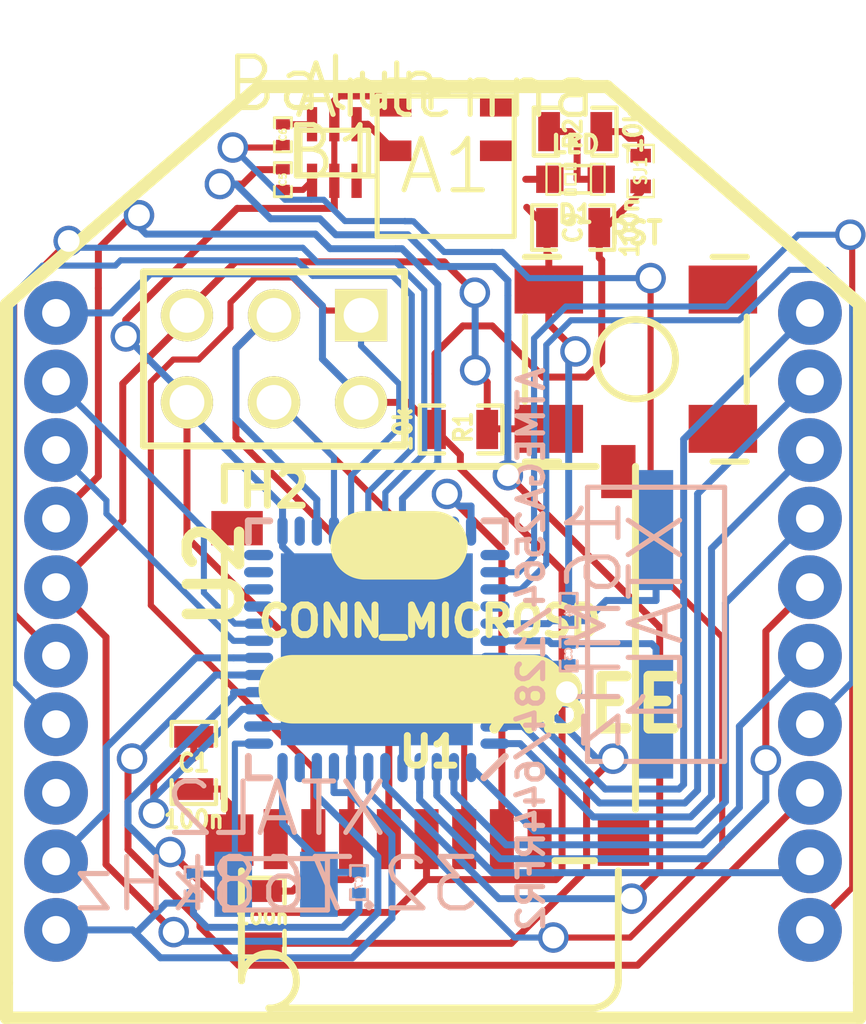
<source format=kicad_pcb>
(kicad_pcb (version 3) (host pcbnew "(2013-mar-13)-testing")

  (general
    (links 75)
    (no_connects 4)
    (area 135.750299 96.28 161.429701 126.377701)
    (thickness 1.6)
    (drawings 0)
    (tracks 440)
    (zones 0)
    (modules 22)
    (nets 52)
  )

  (page A4)
  (layers
    (15 F.Cu signal)
    (0 B.Cu signal)
    (16 B.Adhes user hide)
    (17 F.Adhes user hide)
    (18 B.Paste user hide)
    (19 F.Paste user)
    (20 B.SilkS user)
    (21 F.SilkS user)
    (22 B.Mask user)
    (23 F.Mask user)
    (24 Dwgs.User user hide)
    (25 Cmts.User user hide)
    (26 Eco1.User user hide)
    (27 Eco2.User user hide)
    (28 Edge.Cuts user hide)
  )

  (setup
    (last_trace_width 0.2032)
    (trace_clearance 0.2032)
    (zone_clearance 0.508)
    (zone_45_only yes)
    (trace_min 0.1778)
    (segment_width 0.2)
    (edge_width 0.15)
    (via_size 0.889)
    (via_drill 0.635)
    (via_min_size 0.889)
    (via_min_drill 0.508)
    (uvia_size 0.508)
    (uvia_drill 0.127)
    (uvias_allowed yes)
    (uvia_min_size 0.508)
    (uvia_min_drill 0.127)
    (pcb_text_width 0.3)
    (pcb_text_size 1.5 1.5)
    (mod_edge_width 0.15)
    (mod_text_size 1.5 1.5)
    (mod_text_width 0.15)
    (pad_size 1.99898 1.39954)
    (pad_drill 0)
    (pad_to_mask_clearance 0.2)
    (aux_axis_origin 0 0)
    (visible_elements FFFFEF1F)
    (pcbplotparams
      (layerselection 3178497)
      (usegerberextensions true)
      (excludeedgelayer true)
      (linewidth 0.150000)
      (plotframeref false)
      (viasonmask false)
      (mode 1)
      (useauxorigin false)
      (hpglpennumber 1)
      (hpglpenspeed 20)
      (hpglpendiameter 15)
      (hpglpenoverlay 2)
      (psnegative false)
      (psa4output false)
      (plotreference true)
      (plotvalue true)
      (plotothertext true)
      (plotinvisibletext false)
      (padsonsilk false)
      (subtractmaskfromsilk false)
      (outputformat 1)
      (mirror false)
      (drillshape 1)
      (scaleselection 1)
      (outputdirectory ""))
  )

  (net 0 "")
  (net 1 +3.3V)
  (net 2 GND)
  (net 3 MISO)
  (net 4 MOSI)
  (net 5 N-0000016)
  (net 6 N-0000017)
  (net 7 N-0000018)
  (net 8 N-0000019)
  (net 9 N-0000020)
  (net 10 N-0000024)
  (net 11 N-0000025)
  (net 12 N-0000026)
  (net 13 N-0000028)
  (net 14 N-0000029)
  (net 15 N-0000032)
  (net 16 N-0000033)
  (net 17 N-0000037)
  (net 18 N-0000038)
  (net 19 N-0000039)
  (net 20 N-000004)
  (net 21 N-0000040)
  (net 22 N-0000041)
  (net 23 N-0000042)
  (net 24 N-0000043)
  (net 25 N-0000044)
  (net 26 N-0000045)
  (net 27 N-0000046)
  (net 28 N-000005)
  (net 29 N-0000050)
  (net 30 N-0000051)
  (net 31 N-000006)
  (net 32 PB4)
  (net 33 PB5)
  (net 34 PB6)
  (net 35 PE2)
  (net 36 PE3)
  (net 37 PE4)
  (net 38 PE5)
  (net 39 PF0)
  (net 40 PF1)
  (net 41 PF2)
  (net 42 PF3/4)
  (net 43 PF5)
  (net 44 PF6)
  (net 45 PF7)
  (net 46 RX)
  (net 47 Reset)
  (net 48 SCK)
  (net 49 SCL)
  (net 50 SDA)
  (net 51 TX)

  (net_class Default "This is the default net class."
    (clearance 0.2032)
    (trace_width 0.2032)
    (via_dia 0.889)
    (via_drill 0.635)
    (uvia_dia 0.508)
    (uvia_drill 0.127)
    (add_net "")
    (add_net +3.3V)
    (add_net GND)
    (add_net N-0000017)
    (add_net N-0000018)
    (add_net N-0000019)
    (add_net N-0000020)
    (add_net N-0000024)
    (add_net N-0000025)
    (add_net N-0000026)
    (add_net N-0000028)
    (add_net N-0000029)
    (add_net N-0000032)
    (add_net N-0000033)
    (add_net N-0000037)
    (add_net N-0000038)
    (add_net N-0000039)
    (add_net N-000004)
    (add_net N-0000040)
    (add_net N-0000041)
    (add_net N-0000042)
    (add_net N-0000043)
    (add_net N-0000044)
    (add_net N-0000045)
    (add_net N-0000046)
    (add_net N-000005)
    (add_net N-0000051)
    (add_net N-000006)
    (add_net PB6)
    (add_net PE2)
    (add_net PF0)
    (add_net PF1)
    (add_net PF2)
    (add_net PF3/4)
    (add_net PF5)
    (add_net PF6)
    (add_net PF7)
    (add_net Reset)
    (add_net SCK)
    (add_net SCL)
    (add_net SDA)
  )

  (net_class uCPad ""
    (clearance 0.1778)
    (trace_width 0.1778)
    (via_dia 0.889)
    (via_drill 0.635)
    (uvia_dia 0.508)
    (uvia_drill 0.127)
    (add_net MISO)
    (add_net MOSI)
    (add_net N-0000016)
    (add_net N-0000050)
    (add_net PB4)
    (add_net PB5)
    (add_net PE3)
    (add_net PE4)
    (add_net PE5)
    (add_net RX)
    (add_net TX)
  )

  (module Switch_SMT_EVQ (layer F.Cu) (tedit 51C3E7B6) (tstamp 51C3A765)
    (at 154.51 106.76)
    (descr "EVQ-Q2F03W Compatible")
    (tags "Switch SMT")
    (path /51BB1BEA)
    (attr smd)
    (fp_text reference SW1 (at 0 0) (layer F.SilkS) hide
      (effects (font (size 0.7112 0.4572) (thickness 0.1016)))
    )
    (fp_text value RST (at 0 -3.683) (layer F.SilkS)
      (effects (font (size 0.6604 0.5588) (thickness 0.1397)))
    )
    (fp_line (start -2.24028 2.98704) (end -3.23596 2.98704) (layer F.SilkS) (width 0.1778))
    (fp_line (start 3.23596 2.98704) (end 2.24028 2.98704) (layer F.SilkS) (width 0.1778))
    (fp_line (start -3.23596 -2.98704) (end -2.24028 -2.98704) (layer F.SilkS) (width 0.1778))
    (fp_line (start 3.23596 -2.98704) (end 2.24028 -2.98704) (layer F.SilkS) (width 0.1778))
    (fp_line (start -3.23596 -1.2446) (end -3.23596 1.2446) (layer F.SilkS) (width 0.1778))
    (fp_line (start 3.23596 1.2446) (end 3.23596 -1.2446) (layer F.SilkS) (width 0.1778))
    (fp_circle (center 0 0) (end 1.143 0.1905) (layer F.SilkS) (width 0.2032))
    (pad "" smd rect (at 2.54 -2.032) (size 1.99898 1.39954)
      (layers F.Cu F.Paste F.Mask)
    )
    (pad "" smd rect (at 2.54 2.032) (size 1.99898 1.39954)
      (layers F.Cu F.Paste F.Mask)
    )
    (pad 1 smd rect (at -2.54 -2.032) (size 1.99898 1.39954)
      (layers F.Cu F.Paste F.Mask)
      (net 2 GND)
    )
    (pad 2 smd rect (at -2.54 2.032) (size 1.99898 1.39954)
      (layers F.Cu F.Paste F.Mask)
      (net 47 Reset)
    )
  )

  (module Memory_Card_microSD_DM3D-SF-NCPads (layer F.Cu) (tedit 51C16CE3) (tstamp 51BB2D3E)
    (at 148.5 121.39)
    (tags "Hirose DM3D-SF CONN microSD R/A Push-Pull SMD")
    (path /51BAA75F)
    (attr smd)
    (fp_text reference U1 (at 0 -3.175) (layer F.SilkS)
      (effects (font (size 0.8636 0.8636) (thickness 0.2032)))
    )
    (fp_text value CONN_MICROSD (at 0 -6.985) (layer F.SilkS)
      (effects (font (size 0.8636 0.8636) (thickness 0.2032)))
    )
    (fp_line (start -5.99948 -11.50112) (end 4.84886 -11.50112) (layer F.SilkS) (width 0.2032))
    (fp_arc (start -4.69646 3.5052) (end -5.49656 3.5052) (angle 270) (layer F.SilkS) (width 0.2032))
    (fp_line (start -5.99948 -7.00024) (end -5.99948 -8.99922) (layer F.SilkS) (width 0.2032))
    (fp_line (start 5.99948 -9.6012) (end 5.99948 -1.50114) (layer F.SilkS) (width 0.2032))
    (fp_line (start 5.4991 3.50012) (end 5.4991 0.29972) (layer F.SilkS) (width 0.2032))
    (fp_line (start -4.699 4.30022) (end 4.699 4.30022) (layer F.SilkS) (width 0.2032))
    (fp_line (start -5.4991 3.50012) (end -5.4991 0.29972) (layer F.SilkS) (width 0.2032))
    (fp_arc (start 4.70154 3.50266) (end 5.50164 3.50266) (angle 90) (layer F.SilkS) (width 0.2032))
    (fp_line (start 4.8006 0) (end 3.64998 0) (layer F.SilkS) (width 0.2032))
    (fp_line (start 5.99948 -9.99998) (end 5.99948 -9.64946) (layer F.SilkS) (width 0.2032))
    (fp_line (start 5.99948 -9.99998) (end 5.99948 -11.50112) (layer F.SilkS) (width 0.2032))
    (fp_line (start -5.99948 -10.50036) (end -5.99948 -11.50112) (layer F.SilkS) (width 0.2032))
    (fp_line (start -5.99948 -1.50114) (end -5.99948 -7.00024) (layer F.SilkS) (width 0.2032))
    (fp_line (start -1.89992 -9.19988) (end 0.09906 -9.19988) (layer F.SilkS) (width 1.99898))
    (fp_line (start 2.99974 -5.00126) (end -4.0005 -5.00126) (layer F.SilkS) (width 1.99898))
    (pad 1 smd rect (at 3.2004 -0.62738) (size 0.70104 1.75006)
      (layers F.Cu F.Paste F.Mask)
      (net 28 N-000005)
    )
    (pad 2 smd rect (at 2.10058 -0.62738) (size 0.70104 1.75006)
      (layers F.Cu F.Paste F.Mask)
      (net 35 PE2)
    )
    (pad 3 smd rect (at 1.00076 -0.62738) (size 0.70104 1.75006)
      (layers F.Cu F.Paste F.Mask)
      (net 4 MOSI)
    )
    (pad 4 smd rect (at -0.09906 -0.62738) (size 0.70104 1.75006)
      (layers F.Cu F.Paste F.Mask)
      (net 1 +3.3V)
    )
    (pad 5 smd rect (at -1.19888 -0.62738) (size 0.70104 1.75006)
      (layers F.Cu F.Paste F.Mask)
      (net 48 SCK)
    )
    (pad 6 smd rect (at -2.30124 -0.62738) (size 0.70104 1.75006)
      (layers F.Cu F.Paste F.Mask)
      (net 2 GND)
    )
    (pad 7 smd rect (at -3.40106 -0.62738) (size 0.70104 1.75006)
      (layers F.Cu F.Paste F.Mask)
      (net 3 MISO)
    )
    (pad 8 smd rect (at -4.50088 -0.62738) (size 0.70104 1.75006)
      (layers F.Cu F.Paste F.Mask)
      (net 31 N-000006)
    )
    (pad 10 smd rect (at 5.64896 -0.59944) (size 1.50114 1.50114)
      (layers F.Cu F.Paste F.Mask)
    )
    (pad 9 smd rect (at -5.84962 -0.59944) (size 1.39954 1.50114)
      (layers F.Cu F.Paste F.Mask)
      (net 2 GND)
    )
    (pad 10 smd rect (at -5.62864 -9.70026) (size 1.50114 1.00076)
      (layers F.Cu F.Paste F.Mask)
    )
    (pad 10 smd rect (at 5.4991 -11.35126) (size 1.00076 1.5494)
      (layers F.Cu F.Paste F.Mask)
    )
  )

  (module XBee_Board (layer F.Cu) (tedit 51BF01EB) (tstamp 51C06545)
    (at 148.59 105.41)
    (path /51BAD430)
    (fp_text reference U2 (at -6.35 7.62 90) (layer F.SilkS)
      (effects (font (thickness 0.3048)))
    )
    (fp_text value XBEE (at 4.445 11.43) (layer F.SilkS)
      (effects (font (thickness 0.3048)))
    )
    (fp_line (start -12.446 19.558) (end -12.446 20.574) (layer F.SilkS) (width 0.381))
    (fp_line (start 12.446 19.558) (end 12.446 20.574) (layer F.SilkS) (width 0.381))
    (fp_line (start -12.446 19.558) (end -12.446 -0.254) (layer F.SilkS) (width 0.381))
    (fp_line (start 12.446 0) (end 12.446 -0.254) (layer F.SilkS) (width 0.381))
    (fp_line (start 12.446 19.558) (end 12.446 0) (layer F.SilkS) (width 0.381))
    (fp_line (start -12.446 20.574) (end 12.446 20.574) (layer F.SilkS) (width 0.381))
    (fp_line (start 12.446 -0.254) (end 5.08 -6.604) (layer F.SilkS) (width 0.381))
    (fp_line (start -12.446 -0.254) (end -5.08 -6.604) (layer F.SilkS) (width 0.381))
    (fp_line (start -5.08 -6.604) (end 5.08 -6.604) (layer F.SilkS) (width 0.381))
    (pad 20 thru_hole circle (at 11.00074 0) (size 1.85928 1.85928) (drill 0.8128)
      (layers *.Cu)
      (net 39 PF0)
    )
    (pad 16 thru_hole circle (at 11.00074 8.001) (size 1.85928 1.85928) (drill 0.8128)
      (layers *.Cu)
      (net 44 PF6)
    )
    (pad 14 thru_hole circle (at 11.00074 11.99896) (size 1.85928 1.85928) (drill 0.8128)
      (layers *.Cu)
      (net 38 PE5)
    )
    (pad 15 thru_hole circle (at 11.00074 9.99998) (size 1.85928 1.85928) (drill 0.8128)
      (layers *.Cu)
      (net 43 PF5)
    )
    (pad 18 thru_hole circle (at 11.00074 4.0005) (size 1.85928 1.85928) (drill 0.8128)
      (layers *.Cu)
      (net 41 PF2)
    )
    (pad 17 thru_hole circle (at 11.00074 5.99948) (size 1.85928 1.85928) (drill 0.8128)
      (layers *.Cu)
      (net 42 PF3/4)
    )
    (pad 19 thru_hole circle (at 11.00074 1.99898) (size 1.85928 1.85928) (drill 0.8128)
      (layers *.Cu)
      (net 40 PF1)
    )
    (pad 12 thru_hole circle (at 11.00074 15.99946) (size 1.85928 1.85928) (drill 0.8128)
      (layers *.Cu)
      (net 45 PF7)
    )
    (pad 11 thru_hole circle (at 11.00074 18.00098) (size 1.85928 1.85928) (drill 0.8128)
      (layers *.Cu)
      (net 37 PE4)
    )
    (pad 13 thru_hole circle (at 11.00074 14.00048) (size 1.85928 1.85928) (drill 0.8128)
      (layers *.Cu)
      (net 49 SCL)
    )
    (pad 8 thru_hole circle (at -11.00074 14.00048) (size 1.85928 1.85928) (drill 0.8128)
      (layers *.Cu)
      (net 10 N-0000024)
    )
    (pad 10 thru_hole circle (at -11.00074 18.00098) (size 1.85928 1.85928) (drill 0.8128)
      (layers *.Cu)
      (net 2 GND)
    )
    (pad 9 thru_hole circle (at -11.00074 15.99946) (size 1.85928 1.85928) (drill 0.8128)
      (layers *.Cu)
      (net 50 SDA)
    )
    (pad 2 thru_hole circle (at -11.00074 1.99898) (size 1.85928 1.85928) (drill 0.8128)
      (layers *.Cu)
      (net 51 TX)
    )
    (pad 4 thru_hole circle (at -11.00074 5.99948) (size 1.85928 1.85928) (drill 0.8128)
      (layers *.Cu)
      (net 34 PB6)
    )
    (pad 3 thru_hole circle (at -11.00074 4.0005) (size 1.85928 1.85928) (drill 0.8128)
      (layers *.Cu)
      (net 46 RX)
    )
    (pad 6 thru_hole circle (at -11.00074 9.99998) (size 1.85928 1.85928) (drill 0.8128)
      (layers *.Cu)
      (net 33 PB5)
    )
    (pad 7 thru_hole circle (at -11.00074 11.99896) (size 1.85928 1.85928) (drill 0.8128)
      (layers *.Cu)
      (net 32 PB4)
    )
    (pad 5 thru_hole circle (at -11.00074 8.001) (size 1.85928 1.85928) (drill 0.8128)
      (layers *.Cu)
      (net 47 Reset)
    )
    (pad 1 thru_hole circle (at -11.00074 0) (size 1.85928 1.85928) (drill 0.8128)
      (layers *.Cu)
      (net 1 +3.3V)
    )
    (model Radio/Xbee_patch.wrl
      (at (xyz 0 0 0))
      (scale (xyz 1 1 1))
      (rotate (xyz 270 0 0))
    )
  )

  (module 0603_Opendous (layer F.Cu) (tedit 4D41427C) (tstamp 51BB2BFF)
    (at 143.61 123.04 270)
    (path /51BB0317)
    (attr smd)
    (fp_text reference C2 (at 0.32512 0 360) (layer F.SilkS) hide
      (effects (font (size 0.127 0.127) (thickness 0.00254)))
    )
    (fp_text value 100n (at 0 0 360) (layer F.SilkS)
      (effects (font (size 0.4064 0.4064) (thickness 0.1016)))
    )
    (fp_line (start -0.39878 -0.65024) (end -1.15062 -0.65024) (layer F.SilkS) (width 0.127))
    (fp_line (start -1.15062 -0.65024) (end -1.15062 0.65024) (layer F.SilkS) (width 0.127))
    (fp_line (start -1.15062 0.65024) (end -0.39878 0.65024) (layer F.SilkS) (width 0.127))
    (fp_line (start 1.15062 -0.65024) (end 1.15062 0.65024) (layer F.SilkS) (width 0.127))
    (fp_line (start 1.15062 -0.65024) (end 0.39878 -0.65024) (layer F.SilkS) (width 0.127))
    (fp_line (start 1.15062 0.65024) (end 0.39878 0.65024) (layer F.SilkS) (width 0.127))
    (pad 1 smd rect (at -0.762 0 270) (size 0.635 1.143)
      (layers F.Cu F.Paste F.Mask)
      (net 2 GND)
    )
    (pad 2 smd rect (at 0.762 0 270) (size 0.635 1.143)
      (layers F.Cu F.Paste F.Mask)
      (net 24 N-0000043)
    )
    (model smd/chip_cms.wrl
      (at (xyz 0 0 0))
      (scale (xyz 0.08 0.08 0.08))
      (rotate (xyz 0 0 0))
    )
  )

  (module SM0603_Resistor (layer F.Cu) (tedit 5051B21B) (tstamp 51C2E21D)
    (at 149.41 108.81)
    (path /51BB1C5E)
    (attr smd)
    (fp_text reference R1 (at 0.0635 -0.0635 90) (layer F.SilkS)
      (effects (font (size 0.50038 0.4572) (thickness 0.1143)))
    )
    (fp_text value 10k (at -1.69926 0 90) (layer F.SilkS)
      (effects (font (size 0.508 0.4572) (thickness 0.1143)))
    )
    (fp_line (start -0.50038 -0.6985) (end -1.2065 -0.6985) (layer F.SilkS) (width 0.127))
    (fp_line (start -1.2065 -0.6985) (end -1.2065 0.6985) (layer F.SilkS) (width 0.127))
    (fp_line (start -1.2065 0.6985) (end -0.50038 0.6985) (layer F.SilkS) (width 0.127))
    (fp_line (start 1.2065 -0.6985) (end 0.50038 -0.6985) (layer F.SilkS) (width 0.127))
    (fp_line (start 1.2065 -0.6985) (end 1.2065 0.6985) (layer F.SilkS) (width 0.127))
    (fp_line (start 1.2065 0.6985) (end 0.50038 0.6985) (layer F.SilkS) (width 0.127))
    (pad 1 smd rect (at -0.762 0) (size 0.635 1.143)
      (layers F.Cu F.Paste F.Mask)
      (net 1 +3.3V)
    )
    (pad 2 smd rect (at 0.762 0) (size 0.635 1.143)
      (layers F.Cu F.Paste F.Mask)
      (net 47 Reset)
    )
    (model smd\resistors\R0603.wrl
      (at (xyz 0 0 0.001))
      (scale (xyz 0.5 0.5 0.5))
      (rotate (xyz 0 0 0))
    )
  )

  (module CSM-3X (layer B.Cu) (tedit 51BEAA3B) (tstamp 51BF8445)
    (at 155.1 114.495 270)
    (path /51BB0547)
    (fp_text reference XTAL1 (at 0 0 270) (layer B.SilkS)
      (effects (font (size 1.5 1.5) (thickness 0.15)) (justify mirror))
    )
    (fp_text value 16MHz (at 0 1.8 270) (layer B.SilkS)
      (effects (font (size 1.5 1.5) (thickness 0.15)) (justify mirror))
    )
    (fp_line (start -4 2) (end 4 2) (layer B.SilkS) (width 0.15))
    (fp_line (start 4 2) (end 4 -2) (layer B.SilkS) (width 0.15))
    (fp_line (start 4 -2) (end -4 -2) (layer B.SilkS) (width 0.15))
    (fp_line (start -4 -2) (end -4 2) (layer B.SilkS) (width 0.15))
    (pad 1 smd rect (at -2.75 0 270) (size 3.5 1)
      (layers B.Cu B.Paste B.Mask)
      (net 26 N-0000045)
    )
    (pad 2 smd rect (at 2.75 0 270) (size 3.5 1)
      (layers B.Cu B.Paste B.Mask)
      (net 25 N-0000044)
    )
  )

  (module 2450AT18D0100 (layer F.Cu) (tedit 51BF0027) (tstamp 51C1B5FC)
    (at 148.96 101.13)
    (path /51BF012F)
    (fp_text reference A1 (at 0 0) (layer F.SilkS)
      (effects (font (size 1.5 1.5) (thickness 0.15)))
    )
    (fp_text value Antenna (at 0 -2.2) (layer F.SilkS)
      (effects (font (size 1.5 1.5) (thickness 0.15)))
    )
    (fp_line (start -2 0) (end -2 -2.05) (layer F.SilkS) (width 0.15))
    (fp_line (start -2 -2.05) (end 2 -2.05) (layer F.SilkS) (width 0.15))
    (fp_line (start 2 -2.05) (end 2 2.05) (layer F.SilkS) (width 0.15))
    (fp_line (start 2 2.05) (end -2 2.05) (layer F.SilkS) (width 0.15))
    (fp_line (start -2 2.05) (end -2 0) (layer F.SilkS) (width 0.15))
    (pad 1 smd rect (at -1.5 -0.45) (size 1 0.6)
      (layers F.Cu F.Paste F.Mask)
      (net 9 N-0000020)
    )
    (pad 2 smd rect (at 1.5 -0.45) (size 1 0.6)
      (layers F.Cu F.Paste F.Mask)
      (net 2 GND)
    )
    (pad 2 smd rect (at 1.5 -1.75) (size 1 0.6)
      (layers F.Cu F.Paste F.Mask)
      (net 2 GND)
    )
    (pad 2 smd rect (at -1.5 -1.75) (size 1 0.6)
      (layers F.Cu F.Paste F.Mask)
      (net 2 GND)
    )
  )

  (module "Wuerth 748421245" (layer F.Cu) (tedit 51BEB766) (tstamp 51C1B60A)
    (at 145.71 100.73)
    (path /51BB20BE)
    (fp_text reference B1 (at 0 0) (layer F.SilkS)
      (effects (font (size 1.5 1.5) (thickness 0.15)))
    )
    (fp_text value Balun (at 0 -2) (layer F.SilkS)
      (effects (font (size 1.5 1.5) (thickness 0.15)))
    )
    (fp_line (start -1 -0.65) (end 1 -0.65) (layer F.SilkS) (width 0.15))
    (fp_line (start 1 -0.65) (end 1 0.65) (layer F.SilkS) (width 0.15))
    (fp_line (start 1 0.65) (end -1 0.65) (layer F.SilkS) (width 0.15))
    (fp_line (start -1 0.65) (end -1 -0.65) (layer F.SilkS) (width 0.15))
    (pad 1 smd rect (at 0.65 -0.825) (size 0.3 1)
      (layers F.Cu F.Paste F.Mask)
      (net 9 N-0000020)
    )
    (pad 2 smd rect (at 0 -0.825) (size 0.3 1)
      (layers F.Cu F.Paste F.Mask)
      (net 2 GND)
    )
    (pad 3 smd rect (at -0.65 -0.825) (size 0.3 1)
      (layers F.Cu F.Paste F.Mask)
      (net 8 N-0000019)
    )
    (pad 4 smd rect (at -0.65 0.825) (size 0.3 1)
      (layers F.Cu F.Paste F.Mask)
      (net 7 N-0000018)
    )
    (pad 5 smd rect (at 0 0.825) (size 0.3 1)
      (layers F.Cu F.Paste F.Mask)
      (net 2 GND)
    )
    (pad 6 smd rect (at 0.65 0.825) (size 0.3 1)
      (layers F.Cu F.Paste F.Mask)
      (net 20 N-000004)
    )
  )

  (module SM0603_Capa (layer F.Cu) (tedit 5051B1EC) (tstamp 51C262A1)
    (at 141.61 118.54 90)
    (path /51BB02F2)
    (attr smd)
    (fp_text reference C1 (at 0 0 180) (layer F.SilkS)
      (effects (font (size 0.508 0.4572) (thickness 0.1143)))
    )
    (fp_text value 100n (at -1.651 0 180) (layer F.SilkS)
      (effects (font (size 0.508 0.4572) (thickness 0.1143)))
    )
    (fp_line (start 0.50038 0.65024) (end 1.19888 0.65024) (layer F.SilkS) (width 0.11938))
    (fp_line (start -0.50038 0.65024) (end -1.19888 0.65024) (layer F.SilkS) (width 0.11938))
    (fp_line (start 0.50038 -0.65024) (end 1.19888 -0.65024) (layer F.SilkS) (width 0.11938))
    (fp_line (start -1.19888 -0.65024) (end -0.50038 -0.65024) (layer F.SilkS) (width 0.11938))
    (fp_line (start 1.19888 -0.635) (end 1.19888 0.635) (layer F.SilkS) (width 0.11938))
    (fp_line (start -1.19888 0.635) (end -1.19888 -0.635) (layer F.SilkS) (width 0.11938))
    (pad 1 smd rect (at -0.762 0 90) (size 0.635 1.143)
      (layers F.Cu F.Paste F.Mask)
      (net 2 GND)
    )
    (pad 2 smd rect (at 0.762 0 90) (size 0.635 1.143)
      (layers F.Cu F.Paste F.Mask)
      (net 27 N-0000046)
    )
    (model smd\capacitors\C0603.wrl
      (at (xyz 0 0 0.001))
      (scale (xyz 0.5 0.5 0.5))
      (rotate (xyz 0 0 0))
    )
  )

  (module SM0201_r (layer B.Cu) (tedit 5141B606) (tstamp 51C1B623)
    (at 146.43 122.03 270)
    (path /51BE8D06)
    (attr smd)
    (fp_text reference C7 (at 0 0 270) (layer B.SilkS)
      (effects (font (size 0.2 0.2) (thickness 0.05)) (justify mirror))
    )
    (fp_text value 22p (at 0 0 270) (layer B.SilkS) hide
      (effects (font (size 0.2 0.2) (thickness 0.05)) (justify mirror))
    )
    (fp_line (start 0.2 0.25) (end 0.45 0.25) (layer B.SilkS) (width 0.08))
    (fp_line (start 0.45 0.25) (end 0.5 0.25) (layer B.SilkS) (width 0.08))
    (fp_line (start 0.5 0.25) (end 0.5 -0.25) (layer B.SilkS) (width 0.08))
    (fp_line (start 0.5 -0.25) (end 0.2 -0.25) (layer B.SilkS) (width 0.08))
    (fp_line (start -0.2 0.25) (end -0.5 0.25) (layer B.SilkS) (width 0.08))
    (fp_line (start -0.5 0.25) (end -0.5 -0.25) (layer B.SilkS) (width 0.08))
    (fp_line (start -0.5 -0.25) (end -0.2 -0.25) (layer B.SilkS) (width 0.08))
    (pad 1 smd rect (at -0.3 0 270) (size 0.3 0.4)
      (layers B.Cu B.Paste B.Mask)
      (net 6 N-0000017)
    )
    (pad 2 smd rect (at 0.3 0 270) (size 0.3 0.4)
      (layers B.Cu B.Paste B.Mask)
      (net 2 GND)
    )
    (model smd/resistors/R0201.wrl
      (at (xyz 0 0 0))
      (scale (xyz 0.18 0.18 0.18))
      (rotate (xyz 0 0 0))
    )
  )

  (module SM0201_r (layer B.Cu) (tedit 5141B606) (tstamp 51C1B630)
    (at 141.6 122.07 270)
    (path /51BE8D1F)
    (attr smd)
    (fp_text reference C8 (at 0 0 270) (layer B.SilkS)
      (effects (font (size 0.2 0.2) (thickness 0.05)) (justify mirror))
    )
    (fp_text value 22p (at 0 0 270) (layer B.SilkS) hide
      (effects (font (size 0.2 0.2) (thickness 0.05)) (justify mirror))
    )
    (fp_line (start 0.2 0.25) (end 0.45 0.25) (layer B.SilkS) (width 0.08))
    (fp_line (start 0.45 0.25) (end 0.5 0.25) (layer B.SilkS) (width 0.08))
    (fp_line (start 0.5 0.25) (end 0.5 -0.25) (layer B.SilkS) (width 0.08))
    (fp_line (start 0.5 -0.25) (end 0.2 -0.25) (layer B.SilkS) (width 0.08))
    (fp_line (start -0.2 0.25) (end -0.5 0.25) (layer B.SilkS) (width 0.08))
    (fp_line (start -0.5 0.25) (end -0.5 -0.25) (layer B.SilkS) (width 0.08))
    (fp_line (start -0.5 -0.25) (end -0.2 -0.25) (layer B.SilkS) (width 0.08))
    (pad 1 smd rect (at -0.3 0 270) (size 0.3 0.4)
      (layers B.Cu B.Paste B.Mask)
      (net 5 N-0000016)
    )
    (pad 2 smd rect (at 0.3 0 270) (size 0.3 0.4)
      (layers B.Cu B.Paste B.Mask)
      (net 2 GND)
    )
    (model smd/resistors/R0201.wrl
      (at (xyz 0 0 0))
      (scale (xyz 0.18 0.18 0.18))
      (rotate (xyz 0 0 0))
    )
  )

  (module pin_array_3x2 (layer F.Cu) (tedit 42931587) (tstamp 51C3EE38)
    (at 143.95 106.75 180)
    (descr "Double rangee de contacts 2 x 4 pins")
    (tags CONN)
    (path /51BE9A19)
    (fp_text reference H2 (at 0 -3.81 180) (layer F.SilkS)
      (effects (font (size 1.016 1.016) (thickness 0.2032)))
    )
    (fp_text value ICSP (at 0 3.81 180) (layer F.SilkS) hide
      (effects (font (size 1.016 1.016) (thickness 0.2032)))
    )
    (fp_line (start 3.81 2.54) (end -3.81 2.54) (layer F.SilkS) (width 0.2032))
    (fp_line (start -3.81 -2.54) (end 3.81 -2.54) (layer F.SilkS) (width 0.2032))
    (fp_line (start 3.81 -2.54) (end 3.81 2.54) (layer F.SilkS) (width 0.2032))
    (fp_line (start -3.81 2.54) (end -3.81 -2.54) (layer F.SilkS) (width 0.2032))
    (pad 1 thru_hole rect (at -2.54 1.27 180) (size 1.524 1.524) (drill 1.016)
      (layers *.Cu *.Mask F.SilkS)
      (net 3 MISO)
    )
    (pad 2 thru_hole circle (at -2.54 -1.27 180) (size 1.524 1.524) (drill 1.016)
      (layers *.Cu *.Mask F.SilkS)
      (net 1 +3.3V)
    )
    (pad 3 thru_hole circle (at 0 1.27 180) (size 1.524 1.524) (drill 1.016)
      (layers *.Cu *.Mask F.SilkS)
      (net 48 SCK)
    )
    (pad 4 thru_hole circle (at 0 -1.27 180) (size 1.524 1.524) (drill 1.016)
      (layers *.Cu *.Mask F.SilkS)
      (net 4 MOSI)
    )
    (pad 5 thru_hole circle (at 2.54 1.27 180) (size 1.524 1.524) (drill 1.016)
      (layers *.Cu *.Mask F.SilkS)
      (net 47 Reset)
    )
    (pad 6 thru_hole circle (at 2.54 -1.27 180) (size 1.524 1.524) (drill 1.016)
      (layers *.Cu *.Mask F.SilkS)
      (net 2 GND)
    )
    (model pin_array/pins_array_3x2.wrl
      (at (xyz 0 0 0))
      (scale (xyz 1 1 1))
      (rotate (xyz 0 0 0))
    )
  )

  (module SM0603_Resistor (layer F.Cu) (tedit 5051B21B) (tstamp 51C2DF99)
    (at 152.74 100.12 180)
    (path /51BB1522)
    (attr smd)
    (fp_text reference R2 (at 0.0635 -0.0635 270) (layer F.SilkS)
      (effects (font (size 0.50038 0.4572) (thickness 0.1143)))
    )
    (fp_text value 10k (at -1.69926 0 270) (layer F.SilkS)
      (effects (font (size 0.508 0.4572) (thickness 0.1143)))
    )
    (fp_line (start -0.50038 -0.6985) (end -1.2065 -0.6985) (layer F.SilkS) (width 0.127))
    (fp_line (start -1.2065 -0.6985) (end -1.2065 0.6985) (layer F.SilkS) (width 0.127))
    (fp_line (start -1.2065 0.6985) (end -0.50038 0.6985) (layer F.SilkS) (width 0.127))
    (fp_line (start 1.2065 -0.6985) (end 0.50038 -0.6985) (layer F.SilkS) (width 0.127))
    (fp_line (start 1.2065 -0.6985) (end 1.2065 0.6985) (layer F.SilkS) (width 0.127))
    (fp_line (start 1.2065 0.6985) (end 0.50038 0.6985) (layer F.SilkS) (width 0.127))
    (pad 1 smd rect (at -0.762 0 180) (size 0.635 1.143)
      (layers F.Cu F.Paste F.Mask)
      (net 11 N-0000025)
    )
    (pad 2 smd rect (at 0.762 0 180) (size 0.635 1.143)
      (layers F.Cu F.Paste F.Mask)
      (net 12 N-0000026)
    )
    (model smd\resistors\R0603.wrl
      (at (xyz 0 0 0.001))
      (scale (xyz 0.5 0.5 0.5))
      (rotate (xyz 0 0 0))
    )
  )

  (module SM0402 (layer F.Cu) (tedit 50A4E0BA) (tstamp 51C1B656)
    (at 154.65 101.27 90)
    (path /51C12882)
    (attr smd)
    (fp_text reference SJ1 (at 0 0 90) (layer F.SilkS)
      (effects (font (size 0.35052 0.3048) (thickness 0.07112)))
    )
    (fp_text value SMTJPR (at 0.09906 0 90) (layer F.SilkS) hide
      (effects (font (size 0.35052 0.3048) (thickness 0.07112)))
    )
    (fp_line (start -0.254 -0.381) (end -0.762 -0.381) (layer F.SilkS) (width 0.07112))
    (fp_line (start -0.762 -0.381) (end -0.762 0.381) (layer F.SilkS) (width 0.07112))
    (fp_line (start -0.762 0.381) (end -0.254 0.381) (layer F.SilkS) (width 0.07112))
    (fp_line (start 0.254 -0.381) (end 0.762 -0.381) (layer F.SilkS) (width 0.07112))
    (fp_line (start 0.762 -0.381) (end 0.762 0.381) (layer F.SilkS) (width 0.07112))
    (fp_line (start 0.762 0.381) (end 0.254 0.381) (layer F.SilkS) (width 0.07112))
    (pad 1 smd rect (at -0.44958 0 90) (size 0.39878 0.59944)
      (layers F.Cu F.Paste F.Mask)
      (net 1 +3.3V)
    )
    (pad 2 smd rect (at 0.44958 0 90) (size 0.39878 0.59944)
      (layers F.Cu F.Paste F.Mask)
      (net 11 N-0000025)
    )
    (model smd\chip_cms.wrl
      (at (xyz 0 0 0.002))
      (scale (xyz 0.05 0.05 0.05))
      (rotate (xyz 0 0 0))
    )
  )

  (module SM0201_r (layer B.Cu) (tedit 5141B606) (tstamp 51BB2C13)
    (at 152.55 114.09 90)
    (path /51BB05DD)
    (attr smd)
    (fp_text reference C4 (at 0 0 90) (layer B.SilkS)
      (effects (font (size 0.2 0.2) (thickness 0.05)) (justify mirror))
    )
    (fp_text value 39p (at 0 0 90) (layer B.SilkS) hide
      (effects (font (size 0.2 0.2) (thickness 0.05)) (justify mirror))
    )
    (fp_line (start 0.2 0.25) (end 0.45 0.25) (layer B.SilkS) (width 0.08))
    (fp_line (start 0.45 0.25) (end 0.5 0.25) (layer B.SilkS) (width 0.08))
    (fp_line (start 0.5 0.25) (end 0.5 -0.25) (layer B.SilkS) (width 0.08))
    (fp_line (start 0.5 -0.25) (end 0.2 -0.25) (layer B.SilkS) (width 0.08))
    (fp_line (start -0.2 0.25) (end -0.5 0.25) (layer B.SilkS) (width 0.08))
    (fp_line (start -0.5 0.25) (end -0.5 -0.25) (layer B.SilkS) (width 0.08))
    (fp_line (start -0.5 -0.25) (end -0.2 -0.25) (layer B.SilkS) (width 0.08))
    (pad 1 smd rect (at -0.3 0 90) (size 0.3 0.4)
      (layers B.Cu B.Paste B.Mask)
      (net 26 N-0000045)
    )
    (pad 2 smd rect (at 0.3 0 90) (size 0.3 0.4)
      (layers B.Cu B.Paste B.Mask)
      (net 2 GND)
    )
    (model smd/resistors/R0201.wrl
      (at (xyz 0 0 0))
      (scale (xyz 0.18 0.18 0.18))
      (rotate (xyz 0 0 0))
    )
  )

  (module SM0201_r (layer B.Cu) (tedit 5141B606) (tstamp 51BB2C09)
    (at 152.55 115.36 270)
    (path /51BB05D0)
    (attr smd)
    (fp_text reference C3 (at 0 0 270) (layer B.SilkS)
      (effects (font (size 0.2 0.2) (thickness 0.05)) (justify mirror))
    )
    (fp_text value 39p (at 0 0 270) (layer B.SilkS) hide
      (effects (font (size 0.2 0.2) (thickness 0.05)) (justify mirror))
    )
    (fp_line (start 0.2 0.25) (end 0.45 0.25) (layer B.SilkS) (width 0.08))
    (fp_line (start 0.45 0.25) (end 0.5 0.25) (layer B.SilkS) (width 0.08))
    (fp_line (start 0.5 0.25) (end 0.5 -0.25) (layer B.SilkS) (width 0.08))
    (fp_line (start 0.5 -0.25) (end 0.2 -0.25) (layer B.SilkS) (width 0.08))
    (fp_line (start -0.2 0.25) (end -0.5 0.25) (layer B.SilkS) (width 0.08))
    (fp_line (start -0.5 0.25) (end -0.5 -0.25) (layer B.SilkS) (width 0.08))
    (fp_line (start -0.5 -0.25) (end -0.2 -0.25) (layer B.SilkS) (width 0.08))
    (pad 1 smd rect (at -0.3 0 270) (size 0.3 0.4)
      (layers B.Cu B.Paste B.Mask)
      (net 25 N-0000044)
    )
    (pad 2 smd rect (at 0.3 0 270) (size 0.3 0.4)
      (layers B.Cu B.Paste B.Mask)
      (net 2 GND)
    )
    (model smd/resistors/R0201.wrl
      (at (xyz 0 0 0))
      (scale (xyz 0.18 0.18 0.18))
      (rotate (xyz 0 0 0))
    )
  )

  (module SM0201_r (layer F.Cu) (tedit 5141B606) (tstamp 51BB2C23)
    (at 144.21 100.21 270)
    (path /51BB0A79)
    (attr smd)
    (fp_text reference C6 (at 0 0 270) (layer F.SilkS)
      (effects (font (size 0.2 0.2) (thickness 0.05)))
    )
    (fp_text value 22p (at 0 0 270) (layer F.SilkS) hide
      (effects (font (size 0.2 0.2) (thickness 0.05)))
    )
    (fp_line (start 0.2 -0.25) (end 0.45 -0.25) (layer F.SilkS) (width 0.08))
    (fp_line (start 0.45 -0.25) (end 0.5 -0.25) (layer F.SilkS) (width 0.08))
    (fp_line (start 0.5 -0.25) (end 0.5 0.25) (layer F.SilkS) (width 0.08))
    (fp_line (start 0.5 0.25) (end 0.2 0.25) (layer F.SilkS) (width 0.08))
    (fp_line (start -0.2 -0.25) (end -0.5 -0.25) (layer F.SilkS) (width 0.08))
    (fp_line (start -0.5 -0.25) (end -0.5 0.25) (layer F.SilkS) (width 0.08))
    (fp_line (start -0.5 0.25) (end -0.2 0.25) (layer F.SilkS) (width 0.08))
    (pad 1 smd rect (at -0.3 0 270) (size 0.3 0.4)
      (layers F.Cu F.Paste F.Mask)
      (net 8 N-0000019)
    )
    (pad 2 smd rect (at 0.3 0 270) (size 0.3 0.4)
      (layers F.Cu F.Paste F.Mask)
      (net 29 N-0000050)
    )
    (model smd/resistors/R0201.wrl
      (at (xyz 0 0 0))
      (scale (xyz 0.18 0.18 0.18))
      (rotate (xyz 0 0 0))
    )
  )

  (module SM0201_r (layer F.Cu) (tedit 5141B606) (tstamp 51BB2C1B)
    (at 144.21 101.52 90)
    (path /51BB0A6C)
    (attr smd)
    (fp_text reference C5 (at 0 0 90) (layer F.SilkS)
      (effects (font (size 0.2 0.2) (thickness 0.05)))
    )
    (fp_text value 22p (at 0 0 90) (layer F.SilkS) hide
      (effects (font (size 0.2 0.2) (thickness 0.05)))
    )
    (fp_line (start 0.2 -0.25) (end 0.45 -0.25) (layer F.SilkS) (width 0.08))
    (fp_line (start 0.45 -0.25) (end 0.5 -0.25) (layer F.SilkS) (width 0.08))
    (fp_line (start 0.5 -0.25) (end 0.5 0.25) (layer F.SilkS) (width 0.08))
    (fp_line (start 0.5 0.25) (end 0.2 0.25) (layer F.SilkS) (width 0.08))
    (fp_line (start -0.2 -0.25) (end -0.5 -0.25) (layer F.SilkS) (width 0.08))
    (fp_line (start -0.5 -0.25) (end -0.5 0.25) (layer F.SilkS) (width 0.08))
    (fp_line (start -0.5 0.25) (end -0.2 0.25) (layer F.SilkS) (width 0.08))
    (pad 1 smd rect (at -0.3 0 90) (size 0.3 0.4)
      (layers F.Cu F.Paste F.Mask)
      (net 7 N-0000018)
    )
    (pad 2 smd rect (at 0.3 0 90) (size 0.3 0.4)
      (layers F.Cu F.Paste F.Mask)
      (net 30 N-0000051)
    )
    (model smd/resistors/R0201.wrl
      (at (xyz 0 0 0))
      (scale (xyz 0.18 0.18 0.18))
      (rotate (xyz 0 0 0))
    )
  )

  (module QFN50P700X700-49N-MeshThingWPad (layer B.Cu) (tedit 51C150E8) (tstamp 51C2E1AE)
    (at 146.95 115.225 90)
    (path /51BB00C4)
    (attr smd)
    (fp_text reference IC1 (at 0 -4.7498 90) (layer B.SilkS) hide
      (effects (font (size 0.7493 0.7493) (thickness 0.14986)) (justify mirror))
    )
    (fp_text value ATMEGA2564/1284/644RFR2 (at 0 4.50088 90) (layer B.SilkS)
      (effects (font (size 0.7493 0.7493) (thickness 0.14986)) (justify mirror))
    )
    (fp_line (start -3.1242 -3.74904) (end -3.74904 -3.74904) (layer B.SilkS) (width 0.20066))
    (fp_line (start -3.74904 -3.74904) (end -3.74904 -3.1242) (layer B.SilkS) (width 0.20066))
    (fp_line (start 3.74904 -3.1242) (end 3.74904 -3.74904) (layer B.SilkS) (width 0.20066))
    (fp_line (start 3.74904 -3.74904) (end 3.1242 -3.74904) (layer B.SilkS) (width 0.20066))
    (fp_line (start 3.1242 3.74904) (end 3.74904 3.74904) (layer B.SilkS) (width 0.20066))
    (fp_line (start 3.74904 3.74904) (end 3.74904 3.1242) (layer B.SilkS) (width 0.20066))
    (fp_line (start -3.74904 3.1242) (end -3.1242 3.74904) (layer B.SilkS) (width 0.20066))
    (pad 1 smd oval (at -3.44932 2.75082 90) (size 0.8509 0.29972)
      (layers B.Cu B.Paste B.Mask)
      (net 42 PF3/4)
    )
    (pad 2 smd oval (at -3.44932 2.25044 90) (size 0.8509 0.29972)
      (layers B.Cu B.Paste B.Mask)
      (net 43 PF5)
    )
    (pad 3 smd oval (at -3.44932 1.75006 90) (size 0.8509 0.29972)
      (layers B.Cu B.Paste B.Mask)
      (net 44 PF6)
    )
    (pad 4 smd oval (at -3.44932 1.24968 90) (size 0.8509 0.29972)
      (layers B.Cu B.Paste B.Mask)
      (net 45 PF7)
    )
    (pad 5 smd oval (at -3.44932 0.7493 90) (size 0.8509 0.29972)
      (layers B.Cu B.Paste B.Mask)
      (net 2 GND)
    )
    (pad 6 smd oval (at -3.44932 0.24892 90) (size 0.8509 0.29972)
      (layers B.Cu B.Paste B.Mask)
      (net 30 N-0000051)
    )
    (pad 7 smd oval (at -3.44932 -0.24892 90) (size 0.8509 0.29972)
      (layers B.Cu B.Paste B.Mask)
      (net 29 N-0000050)
    )
    (pad 8 smd oval (at -3.44932 -0.7493 90) (size 0.8509 0.29972)
      (layers B.Cu B.Paste B.Mask)
      (net 2 GND)
    )
    (pad 9 smd oval (at -3.44932 -1.24968 90) (size 0.8509 0.29972)
      (layers B.Cu B.Paste B.Mask)
      (net 2 GND)
    )
    (pad 10 smd oval (at -3.44932 -1.75006 90) (size 0.8509 0.29972)
      (layers B.Cu B.Paste B.Mask)
      (net 47 Reset)
    )
    (pad 11 smd oval (at -3.44932 -2.25044 90) (size 0.8509 0.29972)
      (layers B.Cu B.Paste B.Mask)
      (net 15 N-0000032)
    )
    (pad 12 smd oval (at -3.44932 -2.75082 90) (size 0.8509 0.29972)
      (layers B.Cu B.Paste B.Mask)
      (net 6 N-0000017)
    )
    (pad 25 smd oval (at 3.44932 -2.75082 90) (size 0.8509 0.29972)
      (layers B.Cu B.Paste B.Mask)
      (net 2 GND)
    )
    (pad 26 smd oval (at 3.44932 -2.25044 90) (size 0.8509 0.29972)
      (layers B.Cu B.Paste B.Mask)
      (net 14 N-0000029)
    )
    (pad 27 smd oval (at 3.44932 -1.75006 90) (size 0.8509 0.29972)
      (layers B.Cu B.Paste B.Mask)
      (net 48 SCK)
    )
    (pad 28 smd oval (at 3.44932 -1.24968 90) (size 0.8509 0.29972)
      (layers B.Cu B.Paste B.Mask)
      (net 4 MOSI)
    )
    (pad 29 smd oval (at 3.44932 -0.7493 90) (size 0.8509 0.29972)
      (layers B.Cu B.Paste B.Mask)
      (net 3 MISO)
    )
    (pad 30 smd oval (at 3.44932 -0.24892 90) (size 0.8509 0.29972)
      (layers B.Cu B.Paste B.Mask)
      (net 32 PB4)
    )
    (pad 31 smd oval (at 3.44932 0.24892 90) (size 0.8509 0.29972)
      (layers B.Cu B.Paste B.Mask)
      (net 33 PB5)
    )
    (pad 32 smd oval (at 3.44932 0.7493 90) (size 0.8509 0.29972)
      (layers B.Cu B.Paste B.Mask)
      (net 34 PB6)
    )
    (pad 33 smd oval (at 3.44932 1.24968 90) (size 0.8509 0.29972)
      (layers B.Cu B.Paste B.Mask)
      (net 13 N-0000028)
    )
    (pad 34 smd oval (at 3.44932 1.75006 90) (size 0.8509 0.29972)
      (layers B.Cu B.Paste B.Mask)
      (net 22 N-0000041)
    )
    (pad 35 smd oval (at 3.44932 2.25044 90) (size 0.8509 0.29972)
      (layers B.Cu B.Paste B.Mask)
      (net 21 N-0000040)
    )
    (pad 36 smd oval (at 3.44932 2.75082 90) (size 0.8509 0.29972)
      (layers B.Cu B.Paste B.Mask)
      (net 35 PE2)
    )
    (pad 13 smd oval (at -2.75082 -3.44932 90) (size 0.29972 0.8509)
      (layers B.Cu B.Paste B.Mask)
      (net 5 N-0000016)
    )
    (pad 14 smd oval (at -2.25044 -3.44932 90) (size 0.29972 0.8509)
      (layers B.Cu B.Paste B.Mask)
      (net 2 GND)
    )
    (pad 15 smd oval (at -1.75006 -3.44932 90) (size 0.29972 0.8509)
      (layers B.Cu B.Paste B.Mask)
      (net 27 N-0000046)
    )
    (pad 16 smd oval (at -1.24968 -3.44932 90) (size 0.29972 0.8509)
      (layers B.Cu B.Paste B.Mask)
      (net 1 +3.3V)
    )
    (pad 17 smd oval (at -0.7493 -3.44932 90) (size 0.29972 0.8509)
      (layers B.Cu B.Paste B.Mask)
      (net 49 SCL)
    )
    (pad 18 smd oval (at -0.24892 -3.44932 90) (size 0.29972 0.8509)
      (layers B.Cu B.Paste B.Mask)
      (net 50 SDA)
    )
    (pad 19 smd oval (at 0.24892 -3.44932 90) (size 0.29972 0.8509)
      (layers B.Cu B.Paste B.Mask)
      (net 46 RX)
    )
    (pad 20 smd oval (at 0.7493 -3.44932 90) (size 0.29972 0.8509)
      (layers B.Cu B.Paste B.Mask)
      (net 51 TX)
    )
    (pad 21 smd oval (at 1.24968 -3.44932 90) (size 0.29972 0.8509)
      (layers B.Cu B.Paste B.Mask)
      (net 18 N-0000038)
    )
    (pad 22 smd oval (at 1.75006 -3.44932 90) (size 0.29972 0.8509)
      (layers B.Cu B.Paste B.Mask)
      (net 17 N-0000037)
    )
    (pad 23 smd oval (at 2.25044 -3.44932 90) (size 0.29972 0.8509)
      (layers B.Cu B.Paste B.Mask)
      (net 16 N-0000033)
    )
    (pad 24 smd oval (at 2.75082 -3.44932 90) (size 0.29972 0.8509)
      (layers B.Cu B.Paste B.Mask)
      (net 23 N-0000042)
    )
    (pad 37 smd oval (at 2.75082 3.44932 90) (size 0.29972 0.8509)
      (layers B.Cu B.Paste B.Mask)
      (net 36 PE3)
    )
    (pad 38 smd oval (at 2.25044 3.44932 90) (size 0.29972 0.8509)
      (layers B.Cu B.Paste B.Mask)
      (net 37 PE4)
    )
    (pad 39 smd oval (at 1.75006 3.44932 90) (size 0.29972 0.8509)
      (layers B.Cu B.Paste B.Mask)
      (net 38 PE5)
    )
    (pad 40 smd oval (at 1.24968 3.44932 90) (size 0.29972 0.8509)
      (layers B.Cu B.Paste B.Mask)
      (net 19 N-0000039)
    )
    (pad 41 smd oval (at 0.7493 3.44932 90) (size 0.29972 0.8509)
      (layers B.Cu B.Paste B.Mask)
      (net 26 N-0000045)
    )
    (pad 42 smd oval (at 0.24892 3.44932 90) (size 0.29972 0.8509)
      (layers B.Cu B.Paste B.Mask)
      (net 25 N-0000044)
    )
    (pad 43 smd oval (at -0.24892 3.44932 90) (size 0.29972 0.8509)
      (layers B.Cu B.Paste B.Mask)
      (net 2 GND)
    )
    (pad 44 smd oval (at -0.7493 3.44932 90) (size 0.29972 0.8509)
      (layers B.Cu B.Paste B.Mask)
      (net 1 +3.3V)
    )
    (pad 45 smd oval (at -1.24968 3.44932 90) (size 0.29972 0.8509)
      (layers B.Cu B.Paste B.Mask)
      (net 24 N-0000043)
    )
    (pad 46 smd oval (at -1.75006 3.44932 90) (size 0.29972 0.8509)
      (layers B.Cu B.Paste B.Mask)
      (net 39 PF0)
    )
    (pad 47 smd oval (at -2.25044 3.44932 90) (size 0.29972 0.8509)
      (layers B.Cu B.Paste B.Mask)
      (net 40 PF1)
    )
    (pad 48 smd oval (at -2.75082 3.44932 90) (size 0.29972 0.8509)
      (layers B.Cu B.Paste B.Mask)
      (net 41 PF2)
    )
    (pad 49 smd rect (at 0 0 90) (size 5.6 5.6)
      (layers B.Cu B.Paste B.Mask)
      (net 2 GND)
    )
    (model QFN50P700X700-49N.wrl
      (at (xyz 0 0 0))
      (scale (xyz 1 1 1))
      (rotate (xyz 0 0 0))
    )
  )

  (module LED-0603 (layer F.Cu) (tedit 4E16AFB4) (tstamp 51C2DFB6)
    (at 152.75 101.51 180)
    (descr "LED 0603 smd package")
    (tags "LED led 0603 SMD smd SMT smt smdled SMDLED smtled SMTLED")
    (path /51BB1536)
    (attr smd)
    (fp_text reference D1 (at 0 -1.016 180) (layer F.SilkS)
      (effects (font (size 0.508 0.508) (thickness 0.127)))
    )
    (fp_text value LED (at 0 1.016 180) (layer F.SilkS)
      (effects (font (size 0.508 0.508) (thickness 0.127)))
    )
    (fp_line (start 0.44958 -0.44958) (end 0.44958 0.44958) (layer F.SilkS) (width 0.06604))
    (fp_line (start 0.44958 0.44958) (end 0.84836 0.44958) (layer F.SilkS) (width 0.06604))
    (fp_line (start 0.84836 -0.44958) (end 0.84836 0.44958) (layer F.SilkS) (width 0.06604))
    (fp_line (start 0.44958 -0.44958) (end 0.84836 -0.44958) (layer F.SilkS) (width 0.06604))
    (fp_line (start -0.84836 -0.44958) (end -0.84836 0.44958) (layer F.SilkS) (width 0.06604))
    (fp_line (start -0.84836 0.44958) (end -0.44958 0.44958) (layer F.SilkS) (width 0.06604))
    (fp_line (start -0.44958 -0.44958) (end -0.44958 0.44958) (layer F.SilkS) (width 0.06604))
    (fp_line (start -0.84836 -0.44958) (end -0.44958 -0.44958) (layer F.SilkS) (width 0.06604))
    (fp_line (start 0 -0.44958) (end 0 -0.29972) (layer F.SilkS) (width 0.06604))
    (fp_line (start 0 -0.29972) (end 0.29972 -0.29972) (layer F.SilkS) (width 0.06604))
    (fp_line (start 0.29972 -0.44958) (end 0.29972 -0.29972) (layer F.SilkS) (width 0.06604))
    (fp_line (start 0 -0.44958) (end 0.29972 -0.44958) (layer F.SilkS) (width 0.06604))
    (fp_line (start 0 0.29972) (end 0 0.44958) (layer F.SilkS) (width 0.06604))
    (fp_line (start 0 0.44958) (end 0.29972 0.44958) (layer F.SilkS) (width 0.06604))
    (fp_line (start 0.29972 0.29972) (end 0.29972 0.44958) (layer F.SilkS) (width 0.06604))
    (fp_line (start 0 0.29972) (end 0.29972 0.29972) (layer F.SilkS) (width 0.06604))
    (fp_line (start 0 -0.14986) (end 0 0.14986) (layer F.SilkS) (width 0.06604))
    (fp_line (start 0 0.14986) (end 0.29972 0.14986) (layer F.SilkS) (width 0.06604))
    (fp_line (start 0.29972 -0.14986) (end 0.29972 0.14986) (layer F.SilkS) (width 0.06604))
    (fp_line (start 0 -0.14986) (end 0.29972 -0.14986) (layer F.SilkS) (width 0.06604))
    (fp_line (start 0.44958 -0.39878) (end -0.44958 -0.39878) (layer F.SilkS) (width 0.1016))
    (fp_line (start 0.44958 0.39878) (end -0.44958 0.39878) (layer F.SilkS) (width 0.1016))
    (pad 1 smd rect (at -0.7493 0 180) (size 0.79756 0.79756)
      (layers F.Cu F.Paste F.Mask)
      (net 12 N-0000026)
    )
    (pad 2 smd rect (at 0.7493 0 180) (size 0.79756 0.79756)
      (layers F.Cu F.Paste F.Mask)
      (net 2 GND)
    )
  )

  (module SM0603_Capa (layer F.Cu) (tedit 5051B1EC) (tstamp 51C3A3DF)
    (at 152.68 102.92 180)
    (path /51C2F773)
    (attr smd)
    (fp_text reference C9 (at 0 0 270) (layer F.SilkS)
      (effects (font (size 0.508 0.4572) (thickness 0.1143)))
    )
    (fp_text value 100n (at -1.651 0 270) (layer F.SilkS)
      (effects (font (size 0.508 0.4572) (thickness 0.1143)))
    )
    (fp_line (start 0.50038 0.65024) (end 1.19888 0.65024) (layer F.SilkS) (width 0.11938))
    (fp_line (start -0.50038 0.65024) (end -1.19888 0.65024) (layer F.SilkS) (width 0.11938))
    (fp_line (start 0.50038 -0.65024) (end 1.19888 -0.65024) (layer F.SilkS) (width 0.11938))
    (fp_line (start -1.19888 -0.65024) (end -0.50038 -0.65024) (layer F.SilkS) (width 0.11938))
    (fp_line (start 1.19888 -0.635) (end 1.19888 0.635) (layer F.SilkS) (width 0.11938))
    (fp_line (start -1.19888 0.635) (end -1.19888 -0.635) (layer F.SilkS) (width 0.11938))
    (pad 1 smd rect (at -0.762 0 180) (size 0.635 1.143)
      (layers F.Cu F.Paste F.Mask)
      (net 1 +3.3V)
    )
    (pad 2 smd rect (at 0.762 0 180) (size 0.635 1.143)
      (layers F.Cu F.Paste F.Mask)
      (net 2 GND)
    )
    (model smd\capacitors\C0603.wrl
      (at (xyz 0 0 0.001))
      (scale (xyz 0.5 0.5 0.5))
      (rotate (xyz 0 0 0))
    )
  )

  (module CM315-Crystal (layer B.Cu) (tedit 51C39C04) (tstamp 51C3A3E9)
    (at 144.01 122.08 180)
    (path /51BE8BFD)
    (fp_text reference XTAL2 (at 0 2.2 180) (layer B.SilkS)
      (effects (font (size 1.5 1.5) (thickness 0.15)) (justify mirror))
    )
    (fp_text value 32.768kHz (at 0 0 180) (layer B.SilkS)
      (effects (font (size 1.5 1.5) (thickness 0.15)) (justify mirror))
    )
    (fp_line (start 1.5 -0.75) (end 1.5 0.75) (layer B.SilkS) (width 0.15))
    (fp_line (start 1.5 0.75) (end -1.5 0.75) (layer B.SilkS) (width 0.15))
    (fp_line (start -1.5 0.75) (end -1.5 -0.75) (layer B.SilkS) (width 0.15))
    (fp_line (start -1.5 -0.75) (end 1.5 -0.75) (layer B.SilkS) (width 0.15))
    (pad 1 smd rect (at 1.25 0 180) (size 1.1 1.9)
      (layers B.Cu B.Paste B.Mask)
      (net 5 N-0000016)
    )
    (pad 2 smd rect (at -1.25 0 180) (size 1.1 1.9)
      (layers B.Cu B.Paste B.Mask)
      (net 6 N-0000017)
    )
  )

  (segment (start 149.46 105.79) (end 148.648 106.602) (width 0.2032) (layer F.Cu) (net 1))
  (segment (start 148.648 107.188) (end 148.648 106.602) (width 0.2032) (layer F.Cu) (net 1))
  (segment (start 148.648 108.81) (end 148.648 107.188) (width 0.2032) (layer F.Cu) (net 1))
  (segment (start 149.38775 109.94625) (end 149.38775 109.54975) (width 0.2032) (layer F.Cu) (net 1))
  (segment (start 149.38775 109.54975) (end 148.648 108.81) (width 0.2032) (layer F.Cu) (net 1) (tstamp 51C40309))
  (segment (start 150.32 105.79) (end 151.8118 107.2818) (width 0.2032) (layer F.Cu) (net 1) (tstamp 51C3FEC2))
  (segment (start 153.5154 103.87) (end 153.442 103.7966) (width 0.2032) (layer F.Cu) (net 1))
  (segment (start 153.5154 106.8348) (end 153.5154 103.87) (width 0.2032) (layer F.Cu) (net 1))
  (segment (start 153.0684 107.2818) (end 153.5154 106.8348) (width 0.2032) (layer F.Cu) (net 1))
  (segment (start 151.8118 107.2818) (end 153.0684 107.2818) (width 0.2032) (layer F.Cu) (net 1) (tstamp 51C3FEC9))
  (segment (start 153.442 102.92) (end 153.442 103.7966) (width 0.2032) (layer F.Cu) (net 1))
  (segment (start 149.46 105.79) (end 150.32 105.79) (width 0.2032) (layer F.Cu) (net 1) (tstamp 51C3FEAB))
  (segment (start 146.49 108.02) (end 147.828 108.02) (width 0.2032) (layer F.Cu) (net 1))
  (segment (start 147.828 108.02) (end 147.858 108.02) (width 0.2032) (layer F.Cu) (net 1) (tstamp 51C402DB))
  (segment (start 147.858 108.02) (end 148.648 108.81) (width 0.2032) (layer F.Cu) (net 1) (tstamp 51C402C7))
  (segment (start 153.442 102.92) (end 153.62 102.92) (width 0.2032) (layer F.Cu) (net 1))
  (segment (start 154.65 101.89) (end 154.65 101.71958) (width 0.2032) (layer F.Cu) (net 1) (tstamp 51C402A7))
  (segment (start 153.62 102.92) (end 154.65 101.89) (width 0.2032) (layer F.Cu) (net 1) (tstamp 51C402A5))
  (via (at 152.4973 116.4747) (size 0.889) (layers F.Cu B.Cu) (net 1))
  (via (at 140.9216 121.1387) (size 0.889) (layers F.Cu B.Cu) (net 1))
  (segment (start 148.4009 120.7626) (end 148.4009 121.9427) (width 0.2032) (layer F.Cu) (net 1))
  (segment (start 152.2411 116.4747) (end 152.4973 116.4747) (width 0.2032) (layer B.Cu) (net 1))
  (segment (start 151.7407 115.9743) (end 152.2411 116.4747) (width 0.2032) (layer B.Cu) (net 1))
  (segment (start 150.3993 115.9743) (end 151.7407 115.9743) (width 0.2032) (layer B.Cu) (net 1))
  (segment (start 152.4973 116.4747) (end 152.356 116.4747) (width 0.2032) (layer F.Cu) (net 1))
  (segment (start 152.356 112.9145) (end 149.38775 109.94625) (width 0.2032) (layer F.Cu) (net 1))
  (segment (start 152.356 116.4747) (end 152.356 112.9145) (width 0.2032) (layer F.Cu) (net 1))
  (segment (start 140.4714 121.1387) (end 140.9216 121.1387) (width 0.2032) (layer B.Cu) (net 1))
  (segment (start 139.6886 120.3559) (end 140.4714 121.1387) (width 0.2032) (layer B.Cu) (net 1))
  (segment (start 139.6886 119.6705) (end 139.6886 120.3559) (width 0.2032) (layer B.Cu) (net 1))
  (segment (start 142.7701 116.589) (end 139.6886 119.6705) (width 0.2032) (layer B.Cu) (net 1))
  (segment (start 142.7701 116.4747) (end 142.7701 116.589) (width 0.2032) (layer B.Cu) (net 1))
  (segment (start 143.5007 116.4747) (end 142.7701 116.4747) (width 0.2032) (layer B.Cu) (net 1))
  (segment (start 152.1772 121.9427) (end 148.4009 121.9427) (width 0.2032) (layer F.Cu) (net 1))
  (segment (start 152.356 121.7639) (end 152.1772 121.9427) (width 0.2032) (layer F.Cu) (net 1))
  (segment (start 152.356 116.4747) (end 152.356 121.7639) (width 0.2032) (layer F.Cu) (net 1))
  (segment (start 142.6836 122.9007) (end 140.9216 121.1387) (width 0.2032) (layer F.Cu) (net 1))
  (segment (start 147.4429 122.9007) (end 142.6836 122.9007) (width 0.2032) (layer F.Cu) (net 1))
  (segment (start 148.4009 121.9427) (end 147.4429 122.9007) (width 0.2032) (layer F.Cu) (net 1))
  (segment (start 139.1979 105.41) (end 137.5893 105.41) (width 0.2032) (layer B.Cu) (net 1))
  (segment (start 140.3387 104.2692) (end 139.1979 105.41) (width 0.2032) (layer B.Cu) (net 1))
  (segment (start 144.4299 104.2692) (end 140.3387 104.2692) (width 0.2032) (layer B.Cu) (net 1))
  (segment (start 145.3639 105.2032) (end 144.4299 104.2692) (width 0.2032) (layer B.Cu) (net 1))
  (segment (start 145.3639 106.7539) (end 145.3639 105.2032) (width 0.2032) (layer B.Cu) (net 1))
  (segment (start 146.49 107.88) (end 145.3639 106.7539) (width 0.2032) (layer B.Cu) (net 1))
  (via (at 152.749 106.5321) (size 0.889) (layers F.Cu B.Cu) (net 2))
  (via (at 139.6248 106.0948) (size 0.889) (layers F.Cu B.Cu) (net 2))
  (segment (start 147.16 99.08) (end 147.46 99.38) (width 0.2032) (layer F.Cu) (net 2))
  (segment (start 145.85 99.08) (end 147.16 99.08) (width 0.2032) (layer F.Cu) (net 2))
  (segment (start 145.71 99.22) (end 145.85 99.08) (width 0.2032) (layer F.Cu) (net 2))
  (segment (start 145.71 99.905) (end 145.71 99.22) (width 0.2032) (layer F.Cu) (net 2))
  (segment (start 152.0007 101.51) (end 151.2968 101.51) (width 0.2032) (layer F.Cu) (net 2))
  (segment (start 142.4866 119.5711) (end 142.4866 119.302) (width 0.2032) (layer F.Cu) (net 2))
  (segment (start 142.6504 119.7349) (end 142.4866 119.5711) (width 0.2032) (layer F.Cu) (net 2))
  (segment (start 142.6504 120.7906) (end 142.6504 119.7349) (width 0.2032) (layer F.Cu) (net 2))
  (segment (start 141.61 119.302) (end 142.4866 119.302) (width 0.2032) (layer F.Cu) (net 2))
  (segment (start 151.97 104.728) (end 151.97 105.7329) (width 0.2032) (layer F.Cu) (net 2))
  (segment (start 152.55 113.79) (end 152.55 113.3349) (width 0.2032) (layer B.Cu) (net 2))
  (segment (start 142.7334 121.9293) (end 142.6504 121.8463) (width 0.2032) (layer F.Cu) (net 2))
  (segment (start 142.7334 122.278) (end 142.7334 121.9293) (width 0.2032) (layer F.Cu) (net 2))
  (segment (start 142.6504 120.7906) (end 142.6504 121.8463) (width 0.2032) (layer F.Cu) (net 2))
  (segment (start 143.61 122.278) (end 142.7334 122.278) (width 0.2032) (layer F.Cu) (net 2))
  (segment (start 151.97 104.728) (end 151.97 103.7231) (width 0.2032) (layer F.Cu) (net 2))
  (segment (start 151.918 103.6711) (end 151.97 103.7231) (width 0.2032) (layer F.Cu) (net 2))
  (segment (start 151.918 102.92) (end 151.918 103.6711) (width 0.2032) (layer F.Cu) (net 2))
  (segment (start 151.8588 115.4739) (end 152.0449 115.66) (width 0.2032) (layer B.Cu) (net 2))
  (segment (start 151.1299 115.4739) (end 151.8588 115.4739) (width 0.2032) (layer B.Cu) (net 2))
  (segment (start 150.3993 115.4739) (end 151.1299 115.4739) (width 0.2032) (layer B.Cu) (net 2))
  (segment (start 152.55 115.66) (end 152.0449 115.66) (width 0.2032) (layer B.Cu) (net 2))
  (segment (start 145.71 101.555) (end 145.71 99.905) (width 0.1778) (layer F.Cu) (net 2))
  (segment (start 145.71 101.555) (end 145.71 102.3601) (width 0.2032) (layer F.Cu) (net 2))
  (segment (start 146.43 122.8608) (end 146.43 122.33) (width 0.2032) (layer B.Cu) (net 2))
  (segment (start 145.9556 123.3352) (end 146.43 122.8608) (width 0.2032) (layer B.Cu) (net 2))
  (segment (start 141.9966 123.3352) (end 145.9556 123.3352) (width 0.2032) (layer B.Cu) (net 2))
  (segment (start 141.6 122.9386) (end 141.9966 123.3352) (width 0.2032) (layer B.Cu) (net 2))
  (segment (start 141.6 122.8251) (end 141.6 122.9386) (width 0.2032) (layer B.Cu) (net 2))
  (segment (start 141.6 122.37) (end 141.6 122.5081) (width 0.2032) (layer B.Cu) (net 2))
  (segment (start 145.7003 118.6743) (end 145.7003 119.4049) (width 0.2032) (layer B.Cu) (net 2))
  (segment (start 141.6 122.5081) (end 141.6 122.6287) (width 0.2032) (layer B.Cu) (net 2))
  (segment (start 141.6 122.6287) (end 141.6 122.8251) (width 0.2032) (layer B.Cu) (net 2))
  (segment (start 144.1992 111.7757) (end 144.1992 111.0451) (width 0.2032) (layer B.Cu) (net 2))
  (segment (start 141.41 108.2559) (end 144.1992 111.0451) (width 0.2032) (layer B.Cu) (net 2))
  (segment (start 141.41 107.88) (end 141.41 108.2559) (width 0.2032) (layer B.Cu) (net 2))
  (segment (start 146.2007 118.9887) (end 146.2007 119.3032) (width 0.2032) (layer B.Cu) (net 2))
  (segment (start 146.2007 118.9887) (end 146.2007 118.6743) (width 0.2032) (layer B.Cu) (net 2))
  (segment (start 146.2007 118.6743) (end 146.2007 117.9437) (width 0.2032) (layer B.Cu) (net 2))
  (segment (start 146.95 114.9748) (end 146.95 115.225) (width 0.2032) (layer B.Cu) (net 2))
  (segment (start 144.1992 112.224) (end 146.95 114.9748) (width 0.2032) (layer B.Cu) (net 2))
  (segment (start 144.1992 111.7757) (end 144.1992 112.224) (width 0.2032) (layer B.Cu) (net 2))
  (segment (start 147.6993 118.6743) (end 147.6993 117.9437) (width 0.2032) (layer B.Cu) (net 2))
  (segment (start 151.3256 102.3276) (end 151.918 102.92) (width 0.2032) (layer F.Cu) (net 2))
  (segment (start 147.6993 117.9437) (end 146.2007 117.9437) (width 0.2032) (layer B.Cu) (net 2))
  (segment (start 145.7324 117.4754) (end 143.5007 117.4754) (width 0.2032) (layer B.Cu) (net 2))
  (segment (start 146.2007 117.9437) (end 145.7324 117.4754) (width 0.2032) (layer B.Cu) (net 2))
  (segment (start 147.6993 115.4739) (end 147.6993 117.9437) (width 0.2032) (layer B.Cu) (net 2))
  (segment (start 150.3993 115.4739) (end 147.6993 115.4739) (width 0.2032) (layer B.Cu) (net 2))
  (segment (start 147.1989 115.4739) (end 146.95 115.225) (width 0.2032) (layer B.Cu) (net 2))
  (segment (start 147.6993 115.4739) (end 147.1989 115.4739) (width 0.2032) (layer B.Cu) (net 2))
  (segment (start 146.1988 116.7479) (end 146.1988 120.7626) (width 0.2032) (layer F.Cu) (net 2))
  (segment (start 141.41 111.9591) (end 146.1988 116.7479) (width 0.2032) (layer F.Cu) (net 2))
  (segment (start 141.41 107.88) (end 141.41 111.9591) (width 0.2032) (layer F.Cu) (net 2))
  (segment (start 144.8219 121.9427) (end 144.4866 122.278) (width 0.2032) (layer F.Cu) (net 2))
  (segment (start 146.1988 121.9427) (end 144.8219 121.9427) (width 0.2032) (layer F.Cu) (net 2))
  (segment (start 146.1988 120.7626) (end 146.1988 121.9427) (width 0.2032) (layer F.Cu) (net 2))
  (segment (start 143.61 122.278) (end 144.4866 122.278) (width 0.2032) (layer F.Cu) (net 2))
  (segment (start 152.55 106.7311) (end 152.749 106.5321) (width 0.2032) (layer B.Cu) (net 2))
  (segment (start 152.55 113.3349) (end 152.55 106.7311) (width 0.2032) (layer B.Cu) (net 2))
  (segment (start 152.749 106.5119) (end 152.749 106.5321) (width 0.2032) (layer F.Cu) (net 2))
  (segment (start 151.97 105.7329) (end 152.749 106.5119) (width 0.2032) (layer F.Cu) (net 2))
  (segment (start 146.2007 119.354) (end 146.1498 119.4049) (width 0.2032) (layer B.Cu) (net 2))
  (segment (start 146.2007 119.3032) (end 146.2007 119.354) (width 0.2032) (layer B.Cu) (net 2))
  (segment (start 146.1498 119.4049) (end 145.7003 119.4049) (width 0.2032) (layer B.Cu) (net 2))
  (segment (start 147.3915 120.6466) (end 146.1498 119.4049) (width 0.2032) (layer B.Cu) (net 2))
  (segment (start 147.3915 123.0685) (end 147.3915 120.6466) (width 0.2032) (layer B.Cu) (net 2))
  (segment (start 146.2355 124.2245) (end 147.3915 123.0685) (width 0.2032) (layer B.Cu) (net 2))
  (segment (start 140.6325 124.2245) (end 146.2355 124.2245) (width 0.2032) (layer B.Cu) (net 2))
  (segment (start 139.9179 123.5099) (end 140.6325 124.2245) (width 0.2032) (layer B.Cu) (net 2))
  (segment (start 139.819 123.411) (end 139.9179 123.5099) (width 0.2032) (layer B.Cu) (net 2))
  (segment (start 137.5893 123.411) (end 139.819 123.411) (width 0.2032) (layer B.Cu) (net 2))
  (segment (start 140.7991 122.6287) (end 141.6 122.6287) (width 0.2032) (layer B.Cu) (net 2))
  (segment (start 139.9179 123.5099) (end 140.7991 122.6287) (width 0.2032) (layer B.Cu) (net 2))
  (segment (start 139.6248 106.0948) (end 141.41 107.88) (width 0.2032) (layer B.Cu) (net 2))
  (segment (start 139.6248 105.6116) (end 139.6248 106.0948) (width 0.2032) (layer F.Cu) (net 2))
  (segment (start 142.8763 102.3601) (end 139.6248 105.6116) (width 0.2032) (layer F.Cu) (net 2))
  (segment (start 145.71 102.3601) (end 142.8763 102.3601) (width 0.2032) (layer F.Cu) (net 2))
  (segment (start 144.4955 104.3745) (end 143.3855 104.3745) (width 0.1778) (layer F.Cu) (net 3))
  (segment (start 143.36 104.4) (end 143.36 104.4271) (width 0.1778) (layer F.Cu) (net 3) (tstamp 51C400C0))
  (segment (start 143.3855 104.3745) (end 143.36 104.4) (width 0.1778) (layer F.Cu) (net 3) (tstamp 51C400BE))
  (segment (start 141.0104 106.7704) (end 141.7496 106.7704) (width 0.1778) (layer F.Cu) (net 3))
  (segment (start 142.68 105.84) (end 142.68 105.1071) (width 0.1778) (layer F.Cu) (net 3) (tstamp 51C40071))
  (segment (start 141.7496 106.7704) (end 142.68 105.84) (width 0.1778) (layer F.Cu) (net 3) (tstamp 51C4006F))
  (segment (start 146.2007 110.1622) (end 146.2007 111.7757) (width 0.1778) (layer B.Cu) (net 3))
  (segment (start 147.6042 108.7587) (end 146.2007 110.1622) (width 0.1778) (layer B.Cu) (net 3))
  (segment (start 147.6042 107.4832) (end 147.6042 108.7587) (width 0.1778) (layer B.Cu) (net 3))
  (segment (start 146.49 106.369) (end 147.6042 107.4832) (width 0.1778) (layer B.Cu) (net 3))
  (segment (start 146.49 105.34) (end 146.49 106.369) (width 0.1778) (layer B.Cu) (net 3))
  (segment (start 145.0989 118.6858) (end 145.0989 120.7626) (width 0.1778) (layer F.Cu) (net 3))
  (segment (start 140.3554 113.9423) (end 145.0989 118.6858) (width 0.1778) (layer F.Cu) (net 3))
  (segment (start 140.3554 107.4254) (end 140.3554 113.9423) (width 0.1778) (layer F.Cu) (net 3))
  (segment (start 141.0104 106.7704) (end 140.3554 107.4254) (width 0.1778) (layer F.Cu) (net 3) (tstamp 51C4006D))
  (segment (start 143.36 104.4271) (end 142.68 105.1071) (width 0.1778) (layer F.Cu) (net 3) (tstamp 51C400C1))
  (segment (start 145.461 105.34) (end 144.4955 104.3745) (width 0.1778) (layer F.Cu) (net 3))
  (segment (start 146.49 105.34) (end 145.461 105.34) (width 0.1778) (layer F.Cu) (net 3))
  (segment (start 149.5008 113.4308) (end 149.5008 120.7626) (width 0.1778) (layer F.Cu) (net 4))
  (segment (start 143.95 107.88) (end 149.5008 113.4308) (width 0.1778) (layer F.Cu) (net 4))
  (segment (start 145.7003 109.6303) (end 143.95 107.88) (width 0.1778) (layer B.Cu) (net 4))
  (segment (start 145.7003 111.7757) (end 145.7003 109.6303) (width 0.1778) (layer B.Cu) (net 4))
  (segment (start 141.6 121.77) (end 142.067 121.77) (width 0.1778) (layer B.Cu) (net 5))
  (segment (start 142.4501 121.77) (end 142.067 121.77) (width 0.1778) (layer B.Cu) (net 5))
  (segment (start 142.8082 121.4119) (end 142.4501 121.77) (width 0.1778) (layer B.Cu) (net 5))
  (segment (start 142.8082 117.9758) (end 142.8082 121.4119) (width 0.1778) (layer B.Cu) (net 5))
  (segment (start 142.4501 121.7701) (end 142.76 122.08) (width 0.1778) (layer B.Cu) (net 5))
  (segment (start 142.4501 121.77) (end 142.4501 121.7701) (width 0.1778) (layer B.Cu) (net 5))
  (segment (start 143.5007 117.9758) (end 142.8082 117.9758) (width 0.1778) (layer B.Cu) (net 5))
  (segment (start 144.1992 120.3192) (end 145.61 121.73) (width 0.2032) (layer B.Cu) (net 6))
  (segment (start 144.1992 118.6743) (end 144.1992 120.3192) (width 0.2032) (layer B.Cu) (net 6))
  (segment (start 145.26 122.08) (end 145.61 121.73) (width 0.2032) (layer B.Cu) (net 6))
  (segment (start 145.61 121.73) (end 146.43 121.73) (width 0.2032) (layer B.Cu) (net 6))
  (segment (start 144.795 101.82) (end 145.06 101.555) (width 0.1778) (layer F.Cu) (net 7))
  (segment (start 144.21 101.82) (end 144.795 101.82) (width 0.1778) (layer F.Cu) (net 7))
  (segment (start 144.215 99.905) (end 145.06 99.905) (width 0.1778) (layer F.Cu) (net 8))
  (segment (start 144.21 99.91) (end 144.215 99.905) (width 0.1778) (layer F.Cu) (net 8))
  (segment (start 146.685 99.905) (end 146.36 99.905) (width 0.2032) (layer F.Cu) (net 9))
  (segment (start 147.46 100.68) (end 146.685 99.905) (width 0.2032) (layer F.Cu) (net 9))
  (segment (start 154.3205 100.3159) (end 154.1246 100.12) (width 0.2032) (layer F.Cu) (net 11))
  (segment (start 154.65 100.3159) (end 154.3205 100.3159) (width 0.2032) (layer F.Cu) (net 11))
  (segment (start 154.65 100.8204) (end 154.65 100.3159) (width 0.2032) (layer F.Cu) (net 11))
  (segment (start 153.502 100.12) (end 154.1246 100.12) (width 0.2032) (layer F.Cu) (net 11))
  (segment (start 152.7954 100.3148) (end 152.6006 100.12) (width 0.2032) (layer F.Cu) (net 12))
  (segment (start 152.7954 101.51) (end 152.7954 100.3148) (width 0.2032) (layer F.Cu) (net 12))
  (segment (start 153.4993 101.51) (end 152.7954 101.51) (width 0.2032) (layer F.Cu) (net 12))
  (segment (start 151.978 100.12) (end 152.6006 100.12) (width 0.2032) (layer F.Cu) (net 12))
  (via (at 153.8464 118.4159) (size 0.889) (layers F.Cu B.Cu) (net 24))
  (segment (start 153.3784 118.4159) (end 153.8464 118.4159) (width 0.2032) (layer B.Cu) (net 24))
  (segment (start 151.4372 116.4747) (end 153.3784 118.4159) (width 0.2032) (layer B.Cu) (net 24))
  (segment (start 150.3993 116.4747) (end 151.4372 116.4747) (width 0.2032) (layer B.Cu) (net 24))
  (segment (start 150.8725 123.802) (end 143.61 123.802) (width 0.2032) (layer F.Cu) (net 24))
  (segment (start 151.7908 122.8837) (end 150.8725 123.802) (width 0.2032) (layer F.Cu) (net 24))
  (segment (start 151.8494 122.8837) (end 151.7908 122.8837) (width 0.2032) (layer F.Cu) (net 24))
  (segment (start 153.0719 121.6612) (end 151.8494 122.8837) (width 0.2032) (layer F.Cu) (net 24))
  (segment (start 153.0719 119.1904) (end 153.0719 121.6612) (width 0.2032) (layer F.Cu) (net 24))
  (segment (start 153.8464 118.4159) (end 153.0719 119.1904) (width 0.2032) (layer F.Cu) (net 24))
  (segment (start 152.55 115.06) (end 153.0551 115.06) (width 0.2032) (layer B.Cu) (net 25))
  (segment (start 155.1 117.245) (end 155.1 115.1899) (width 0.2032) (layer B.Cu) (net 25))
  (segment (start 151.961 114.9761) (end 152.0449 115.06) (width 0.2032) (layer B.Cu) (net 25))
  (segment (start 150.3993 114.9761) (end 151.961 114.9761) (width 0.2032) (layer B.Cu) (net 25))
  (segment (start 152.55 115.06) (end 152.0449 115.06) (width 0.2032) (layer B.Cu) (net 25))
  (segment (start 154.9701 115.06) (end 153.0551 115.06) (width 0.2032) (layer B.Cu) (net 25))
  (segment (start 155.1 115.1899) (end 154.9701 115.06) (width 0.2032) (layer B.Cu) (net 25))
  (segment (start 153.645 113.8001) (end 155.1 113.8001) (width 0.2032) (layer B.Cu) (net 26))
  (segment (start 153.0551 114.39) (end 153.645 113.8001) (width 0.2032) (layer B.Cu) (net 26))
  (segment (start 152.55 114.39) (end 153.0551 114.39) (width 0.2032) (layer B.Cu) (net 26))
  (segment (start 155.1 111.745) (end 155.1 113.8001) (width 0.2032) (layer B.Cu) (net 26))
  (segment (start 151.9592 114.4757) (end 152.0449 114.39) (width 0.2032) (layer B.Cu) (net 26))
  (segment (start 150.3993 114.4757) (end 151.9592 114.4757) (width 0.2032) (layer B.Cu) (net 26))
  (segment (start 152.55 114.39) (end 152.0449 114.39) (width 0.2032) (layer B.Cu) (net 26))
  (via (at 140.4405 120.0058) (size 0.889) (layers F.Cu B.Cu) (net 27))
  (segment (start 140.4405 119.5533) (end 140.4405 120.0058) (width 0.2032) (layer B.Cu) (net 27))
  (segment (start 143.0187 116.9751) (end 140.4405 119.5533) (width 0.2032) (layer B.Cu) (net 27))
  (segment (start 143.5007 116.9751) (end 143.0187 116.9751) (width 0.2032) (layer B.Cu) (net 27))
  (segment (start 141.1431 118.4006) (end 141.61 118.4006) (width 0.2032) (layer F.Cu) (net 27))
  (segment (start 140.4405 119.1032) (end 141.1431 118.4006) (width 0.2032) (layer F.Cu) (net 27))
  (segment (start 140.4405 120.0058) (end 140.4405 119.1032) (width 0.2032) (layer F.Cu) (net 27))
  (segment (start 141.61 117.778) (end 141.61 118.4006) (width 0.2032) (layer F.Cu) (net 27))
  (segment (start 151.83 104.394) (end 151.384 104.394) (width 0.1778) (layer B.Cu) (net 29))
  (segment (start 151.384 104.394) (end 150.622 103.632) (width 0.1778) (layer B.Cu) (net 29) (tstamp 51C40516))
  (segment (start 150.31 103.632) (end 150.622 103.632) (width 0.1778) (layer B.Cu) (net 29))
  (segment (start 148.913978 103.632) (end 150.31 103.632) (width 0.1778) (layer B.Cu) (net 29) (tstamp 51C40442))
  (segment (start 148.295989 103.014011) (end 148.913978 103.632) (width 0.1778) (layer B.Cu) (net 29) (tstamp 51C404CF))
  (segment (start 148.018172 102.736194) (end 147.77 102.736194) (width 0.1778) (layer B.Cu) (net 29) (tstamp 51C404D1))
  (segment (start 147.77 102.736194) (end 147.77 102.73) (width 0.1778) (layer B.Cu) (net 29) (tstamp 51C404D3))
  (segment (start 148.295989 103.014011) (end 148.018172 102.736194) (width 0.1778) (layer B.Cu) (net 29))
  (segment (start 151.83 104.394) (end 152.146 104.394) (width 0.1778) (layer B.Cu) (net 29) (tstamp 51C40514))
  (segment (start 146.7011 118.6743) (end 146.7011 119.3668) (width 0.1778) (layer B.Cu) (net 29))
  (segment (start 157.04925 114.88525) (end 154.94 112.776) (width 0.1778) (layer F.Cu) (net 29))
  (segment (start 154.94 104.394) (end 152.146 104.394) (width 0.1778) (layer B.Cu) (net 29) (tstamp 51C403BA))
  (via (at 154.94 104.394) (size 0.889) (layers F.Cu B.Cu) (net 29))
  (segment (start 154.94 112.776) (end 154.94 104.394) (width 0.1778) (layer F.Cu) (net 29) (tstamp 51C403B0))
  (via (at 152.1012 123.6333) (size 0.889) (layers F.Cu B.Cu) (net 29))
  (segment (start 150.9676 123.6333) (end 152.1012 123.6333) (width 0.1778) (layer B.Cu) (net 29))
  (segment (start 146.7011 119.3668) (end 150.9676 123.6333) (width 0.1778) (layer B.Cu) (net 29))
  (segment (start 157.0313 114.9032) (end 157.04925 114.88525) (width 0.1778) (layer F.Cu) (net 29))
  (segment (start 157.0313 120.9447) (end 157.0313 114.9032) (width 0.1778) (layer F.Cu) (net 29))
  (segment (start 154.3427 123.6333) (end 157.0313 120.9447) (width 0.1778) (layer F.Cu) (net 29))
  (segment (start 152.1012 123.6333) (end 154.3427 123.6333) (width 0.1778) (layer F.Cu) (net 29))
  (segment (start 145.4 102.108) (end 146.022 102.73) (width 0.1778) (layer B.Cu) (net 29))
  (segment (start 146.022 102.73) (end 147.77 102.73) (width 0.1778) (layer B.Cu) (net 29) (tstamp 51C404C1))
  (segment (start 147.77 102.73) (end 147.97 102.73) (width 0.1778) (layer B.Cu) (net 29) (tstamp 51C404D4))
  (segment (start 145.4 102.108) (end 145.034 102.108) (width 0.1778) (layer B.Cu) (net 29) (tstamp 51C404BF))
  (segment (start 143.256 101.092) (end 144.272 102.108) (width 0.1778) (layer B.Cu) (net 29))
  (segment (start 144.272 102.108) (end 145.034 102.108) (width 0.1778) (layer B.Cu) (net 29) (tstamp 51C40476))
  (segment (start 144.136 100.584) (end 144.21 100.51) (width 0.1778) (layer F.Cu) (net 29) (tstamp 51C40408))
  (segment (start 142.748 100.584) (end 144.136 100.584) (width 0.1778) (layer F.Cu) (net 29) (tstamp 51C40407))
  (via (at 142.748 100.584) (size 0.889) (layers F.Cu B.Cu) (net 29))
  (segment (start 143.256 101.092) (end 142.748 100.584) (width 0.1778) (layer B.Cu) (net 29) (tstamp 51C40402))
  (segment (start 144.21 101.22) (end 144.2 101.23) (width 0.2032) (layer F.Cu) (net 30))
  (segment (start 150.368 104.056) (end 148.78064 104.056) (width 0.2032) (layer B.Cu) (net 30) (tstamp 51C4041A))
  (segment (start 148.78064 104.056) (end 148.02232 103.29768) (width 0.2032) (layer B.Cu) (net 30) (tstamp 51C4024F))
  (segment (start 145.288 102.6624) (end 145.755496 103.129896) (width 0.2032) (layer B.Cu) (net 30))
  (segment (start 147.855096 103.129896) (end 148.02232 103.29712) (width 0.2032) (layer B.Cu) (net 30) (tstamp 51C4021D))
  (via (at 142.37 101.65) (size 0.889) (layers F.Cu B.Cu) (net 30))
  (segment (start 148.02232 103.29768) (end 148.02232 103.29712) (width 0.2032) (layer B.Cu) (net 30) (tstamp 51C3FEF8))
  (segment (start 145.288 102.6624) (end 143.85 102.6624) (width 0.2032) (layer B.Cu) (net 30) (tstamp 51C40217))
  (segment (start 145.755496 103.129896) (end 147.855096 103.129896) (width 0.2032) (layer B.Cu) (net 30) (tstamp 51C40219))
  (segment (start 142.8376 101.65) (end 142.37 101.65) (width 0.2032) (layer B.Cu) (net 30) (tstamp 51C40565))
  (segment (start 143.85 102.6624) (end 142.8376 101.65) (width 0.2032) (layer B.Cu) (net 30))
  (segment (start 142.37 101.65) (end 143.04 101.65) (width 0.2032) (layer F.Cu) (net 30))
  (segment (start 143.04 101.65) (end 143.46 101.23) (width 0.2032) (layer F.Cu) (net 30))
  (segment (start 144.2 101.23) (end 143.46 101.23) (width 0.2032) (layer F.Cu) (net 30) (tstamp 51C4058B))
  (segment (start 150.7748 104.902) (end 150.7748 104.4628) (width 0.2032) (layer B.Cu) (net 30))
  (segment (start 150.7748 104.4628) (end 150.368 104.056) (width 0.2032) (layer B.Cu) (net 30) (tstamp 51C4042B))
  (segment (start 150.7748 104.4628) (end 150.368 104.056) (width 0.2032) (layer B.Cu) (net 30))
  (segment (start 154.3882 122.4994) (end 155.206 121.6816) (width 0.2032) (layer F.Cu) (net 30))
  (segment (start 155.206 121.6816) (end 155.206 114.5753) (width 0.2032) (layer F.Cu) (net 30))
  (segment (start 155.206 114.5753) (end 150.7748 110.1441) (width 0.2032) (layer F.Cu) (net 30))
  (segment (start 147.1989 118.6743) (end 147.1989 119.1853) (width 0.2032) (layer B.Cu) (net 30))
  (segment (start 147.1989 119.1853) (end 150.513 122.4994) (width 0.2032) (layer B.Cu) (net 30))
  (segment (start 150.513 122.4994) (end 154.3882 122.4994) (width 0.2032) (layer B.Cu) (net 30))
  (segment (start 150.7748 106.0496) (end 150.7748 110.1441) (width 0.2032) (layer B.Cu) (net 30))
  (via (at 150.7748 110.1441) (size 0.889) (layers F.Cu B.Cu) (net 30))
  (via (at 154.3882 122.4994) (size 0.889) (layers F.Cu B.Cu) (net 30))
  (segment (start 150.7748 106.0496) (end 150.7748 104.902) (width 0.2032) (layer B.Cu) (net 30))
  (segment (start 147.3994 104.3206) (end 147.39 104.33) (width 0.1778) (layer B.Cu) (net 32))
  (segment (start 144.82 104.07) (end 144.82 104.09) (width 0.1778) (layer B.Cu) (net 32) (tstamp 51C4019E))
  (segment (start 145.08 104.33) (end 144.82 104.07) (width 0.1778) (layer B.Cu) (net 32) (tstamp 51C4019C))
  (segment (start 147.39 104.33) (end 145.08 104.33) (width 0.1778) (layer B.Cu) (net 32) (tstamp 51C4019B))
  (segment (start 144.82 104.09) (end 144.6051 103.8751) (width 0.1778) (layer B.Cu) (net 32) (tstamp 51C4019F))
  (segment (start 136.3555 116.1752) (end 137.5893 117.409) (width 0.1778) (layer B.Cu) (net 32))
  (segment (start 136.3555 104.8707) (end 136.3555 116.1752) (width 0.1778) (layer B.Cu) (net 32))
  (segment (start 137.1976 104.0286) (end 136.3555 104.8707) (width 0.1778) (layer B.Cu) (net 32))
  (segment (start 139.32 104.0286) (end 137.1976 104.0286) (width 0.1778) (layer B.Cu) (net 32))
  (segment (start 139.4735 103.8751) (end 139.32 104.0286) (width 0.1778) (layer B.Cu) (net 32))
  (segment (start 144.6051 103.8751) (end 139.4735 103.8751) (width 0.1778) (layer B.Cu) (net 32) (tstamp 51C40119))
  (segment (start 147.9697 104.8909) (end 147.3994 104.3206) (width 0.1778) (layer B.Cu) (net 32))
  (segment (start 147.9697 109.3732) (end 147.9697 104.8909) (width 0.1778) (layer B.Cu) (net 32))
  (segment (start 146.7011 110.6418) (end 147.9697 109.3732) (width 0.1778) (layer B.Cu) (net 32))
  (segment (start 146.7011 111.7757) (end 146.7011 110.6418) (width 0.1778) (layer B.Cu) (net 32))
  (segment (start 144.79 103.5085) (end 145.2115 103.93) (width 0.1778) (layer B.Cu) (net 33))
  (segment (start 145.2115 103.93) (end 145.52 103.93) (width 0.1778) (layer B.Cu) (net 33) (tstamp 51C401C6))
  (segment (start 147.5665 103.9835) (end 147.513 103.93) (width 0.1778) (layer B.Cu) (net 33))
  (segment (start 148.3352 109.5112) (end 148.3352 104.7522) (width 0.1778) (layer B.Cu) (net 33))
  (segment (start 147.1989 110.6475) (end 148.3352 109.5112) (width 0.1778) (layer B.Cu) (net 33))
  (segment (start 147.1989 111.7757) (end 147.1989 110.6475) (width 0.1778) (layer B.Cu) (net 33))
  (segment (start 148.3352 104.7522) (end 147.5665 103.9835) (width 0.1778) (layer B.Cu) (net 33))
  (segment (start 147.513 103.93) (end 145.52 103.93) (width 0.1778) (layer B.Cu) (net 33) (tstamp 51C401A3))
  (segment (start 144.79 103.5085) (end 138.157 103.5085) (width 0.1778) (layer B.Cu) (net 33) (tstamp 51C401AE))
  (segment (start 138.157 103.5085) (end 137.9585 103.31) (width 0.1778) (layer B.Cu) (net 33) (tstamp 51C400E5))
  (via (at 137.9585 103.31) (size 0.889) (layers F.Cu B.Cu) (net 33))
  (segment (start 136.3672 104.9013) (end 137.9585 103.31) (width 0.1778) (layer F.Cu) (net 33))
  (segment (start 136.3672 114.1879) (end 136.3672 104.9013) (width 0.1778) (layer F.Cu) (net 33))
  (segment (start 137.5893 115.41) (end 136.3672 114.1879) (width 0.1778) (layer F.Cu) (net 33))
  (segment (start 147.94995 103.80005) (end 147.686198 103.536298) (width 0.2032) (layer B.Cu) (net 34))
  (segment (start 147.686198 103.536298) (end 147.49 103.536298) (width 0.2032) (layer B.Cu) (net 34) (tstamp 51C40201))
  (segment (start 145.39514 103.34486) (end 145.586578 103.536298) (width 0.2032) (layer B.Cu) (net 34))
  (segment (start 138.8241 110.1747) (end 138.8241 104.688) (width 0.2032) (layer F.Cu) (net 34))
  (segment (start 137.5893 111.4095) (end 138.8241 110.1747) (width 0.2032) (layer F.Cu) (net 34))
  (via (at 140.01 102.56) (size 0.889) (layers F.Cu B.Cu) (net 34))
  (segment (start 147.6993 110.8272) (end 147.6993 111.7757) (width 0.2032) (layer B.Cu) (net 34))
  (segment (start 148.7305 109.796) (end 147.6993 110.8272) (width 0.2032) (layer B.Cu) (net 34))
  (segment (start 148.7305 104.5806) (end 148.7305 109.796) (width 0.2032) (layer B.Cu) (net 34))
  (segment (start 147.94995 103.80005) (end 148.7305 104.5806) (width 0.2032) (layer B.Cu) (net 34) (tstamp 51C401FF))
  (segment (start 139.8 102.56) (end 138.8241 103.5359) (width 0.2032) (layer F.Cu) (net 34) (tstamp 51C3FFD1))
  (segment (start 138.8241 103.5359) (end 138.8241 104.688) (width 0.2032) (layer F.Cu) (net 34) (tstamp 51C3FFD4))
  (segment (start 140.01 102.56) (end 139.8 102.56) (width 0.2032) (layer F.Cu) (net 34))
  (segment (start 140.01 102.9) (end 140.21972 103.10972) (width 0.2032) (layer B.Cu) (net 34) (tstamp 51C400EC))
  (segment (start 140.21972 103.10972) (end 145.16 103.10972) (width 0.2032) (layer B.Cu) (net 34) (tstamp 51C400EE))
  (segment (start 140.01 102.56) (end 140.01 102.9) (width 0.2032) (layer B.Cu) (net 34))
  (segment (start 145.16 103.10972) (end 145.39514 103.34486) (width 0.2032) (layer B.Cu) (net 34))
  (segment (start 145.586578 103.536298) (end 147.49 103.536298) (width 0.2032) (layer B.Cu) (net 34) (tstamp 51C401E7))
  (segment (start 147.49 103.536298) (end 147.686198 103.536298) (width 0.2032) (layer B.Cu) (net 34) (tstamp 51C40204))
  (via (at 148.9967 110.6911) (size 0.889) (layers F.Cu B.Cu) (net 35))
  (segment (start 150.6006 120.7626) (end 150.6006 119.5825) (width 0.2032) (layer F.Cu) (net 35))
  (segment (start 149.7008 111.7757) (end 149.7008 111.0451) (width 0.2032) (layer B.Cu) (net 35))
  (segment (start 149.3507 111.0451) (end 148.9967 110.6911) (width 0.2032) (layer B.Cu) (net 35))
  (segment (start 149.7008 111.0451) (end 149.3507 111.0451) (width 0.2032) (layer B.Cu) (net 35))
  (segment (start 150.6006 112.295) (end 150.6006 119.5825) (width 0.2032) (layer F.Cu) (net 35))
  (segment (start 148.9967 110.6911) (end 150.6006 112.295) (width 0.2032) (layer F.Cu) (net 35))
  (segment (start 152.46675 105.22275) (end 157.15925 105.22275) (width 0.1778) (layer B.Cu) (net 37))
  (segment (start 157.15925 105.22275) (end 159.2541 103.1279) (width 0.1778) (layer B.Cu) (net 37) (tstamp 51C3FF5A))
  (via (at 160.7678 103.1279) (size 0.889) (layers F.Cu B.Cu) (net 37))
  (segment (start 159.2541 103.1279) (end 160.7678 103.1279) (width 0.1778) (layer B.Cu) (net 37) (tstamp 51C3FF5E))
  (segment (start 151.5395 106.15) (end 152.46675 105.22275) (width 0.1778) (layer B.Cu) (net 37))
  (segment (start 151.5395 112.5269) (end 151.5395 106.15) (width 0.1778) (layer B.Cu) (net 37))
  (segment (start 151.0918 112.9746) (end 151.5395 112.5269) (width 0.1778) (layer B.Cu) (net 37))
  (segment (start 160.8239 103.184) (end 160.7678 103.1279) (width 0.1778) (layer F.Cu) (net 37))
  (segment (start 160.8239 122.1778) (end 160.8239 103.184) (width 0.1778) (layer F.Cu) (net 37))
  (segment (start 159.5907 123.411) (end 160.8239 122.1778) (width 0.1778) (layer F.Cu) (net 37))
  (segment (start 150.3993 112.9746) (end 151.0918 112.9746) (width 0.1778) (layer B.Cu) (net 37))
  (segment (start 152.61435 105.62435) (end 157.51965 105.62435) (width 0.1778) (layer B.Cu) (net 38))
  (segment (start 157.51965 105.62435) (end 158.9918 104.1522) (width 0.1778) (layer B.Cu) (net 38) (tstamp 51C3FF4E))
  (segment (start 160.8229 116.1768) (end 159.5907 117.409) (width 0.1778) (layer B.Cu) (net 38))
  (segment (start 160.8229 104.9133) (end 160.8229 116.1768) (width 0.1778) (layer B.Cu) (net 38))
  (segment (start 160.0618 104.1522) (end 160.8229 104.9133) (width 0.1778) (layer B.Cu) (net 38))
  (segment (start 158.9918 104.1522) (end 160.0618 104.1522) (width 0.1778) (layer B.Cu) (net 38) (tstamp 51C3FF52))
  (segment (start 151.8955 106.3432) (end 152.61435 105.62435) (width 0.1778) (layer B.Cu) (net 38))
  (segment (start 151.8955 112.7341) (end 151.8955 106.3432) (width 0.1778) (layer B.Cu) (net 38))
  (segment (start 151.1547 113.4749) (end 151.8955 112.7341) (width 0.1778) (layer B.Cu) (net 38))
  (segment (start 150.3993 113.4749) (end 151.1547 113.4749) (width 0.1778) (layer B.Cu) (net 38))
  (segment (start 155.9051 109.0956) (end 159.5907 105.41) (width 0.2032) (layer B.Cu) (net 39))
  (segment (start 155.9051 119.1656) (end 155.9051 109.0956) (width 0.2032) (layer B.Cu) (net 39))
  (segment (start 155.7695 119.3012) (end 155.9051 119.1656) (width 0.2032) (layer B.Cu) (net 39))
  (segment (start 153.6179 119.3012) (end 155.7695 119.3012) (width 0.2032) (layer B.Cu) (net 39))
  (segment (start 151.2918 116.9751) (end 153.6179 119.3012) (width 0.2032) (layer B.Cu) (net 39))
  (segment (start 150.3993 116.9751) (end 151.2918 116.9751) (width 0.2032) (layer B.Cu) (net 39))
  (segment (start 156.3118 110.6879) (end 159.5907 107.409) (width 0.2032) (layer B.Cu) (net 40))
  (segment (start 156.3118 119.3341) (end 156.3118 110.6879) (width 0.2032) (layer B.Cu) (net 40))
  (segment (start 155.938 119.7079) (end 156.3118 119.3341) (width 0.2032) (layer B.Cu) (net 40))
  (segment (start 153.4494 119.7079) (end 155.938 119.7079) (width 0.2032) (layer B.Cu) (net 40))
  (segment (start 151.2169 117.4754) (end 153.4494 119.7079) (width 0.2032) (layer B.Cu) (net 40))
  (segment (start 150.3993 117.4754) (end 151.2169 117.4754) (width 0.2032) (layer B.Cu) (net 40))
  (segment (start 150.3993 117.9758) (end 151.1299 117.9758) (width 0.2032) (layer B.Cu) (net 41))
  (segment (start 156.7185 112.2827) (end 159.5907 109.4105) (width 0.2032) (layer B.Cu) (net 41))
  (segment (start 156.7185 119.5026) (end 156.7185 112.2827) (width 0.2032) (layer B.Cu) (net 41))
  (segment (start 156.1065 120.1146) (end 156.7185 119.5026) (width 0.2032) (layer B.Cu) (net 41))
  (segment (start 153.2687 120.1146) (end 156.1065 120.1146) (width 0.2032) (layer B.Cu) (net 41))
  (segment (start 151.1299 117.9758) (end 153.2687 120.1146) (width 0.2032) (layer B.Cu) (net 41))
  (segment (start 151.5478 120.5213) (end 149.7008 118.6743) (width 0.2032) (layer B.Cu) (net 42))
  (segment (start 156.275 120.5213) (end 151.5478 120.5213) (width 0.2032) (layer B.Cu) (net 42))
  (segment (start 157.1252 119.6711) (end 156.275 120.5213) (width 0.2032) (layer B.Cu) (net 42))
  (segment (start 157.1252 113.875) (end 157.1252 119.6711) (width 0.2032) (layer B.Cu) (net 42))
  (segment (start 159.5907 111.4095) (end 157.1252 113.875) (width 0.2032) (layer B.Cu) (net 42))
  (segment (start 149.2004 118.6743) (end 149.2004 119.4049) (width 0.2032) (layer B.Cu) (net 43))
  (segment (start 150.7235 120.928) (end 149.2004 119.4049) (width 0.2032) (layer B.Cu) (net 43))
  (segment (start 156.4435 120.928) (end 150.7235 120.928) (width 0.2032) (layer B.Cu) (net 43))
  (segment (start 157.5319 119.8396) (end 156.4435 120.928) (width 0.2032) (layer B.Cu) (net 43))
  (segment (start 157.5319 117.4688) (end 157.5319 119.8396) (width 0.2032) (layer B.Cu) (net 43))
  (segment (start 159.5907 115.41) (end 157.5319 117.4688) (width 0.2032) (layer B.Cu) (net 43))
  (via (at 158.3037 118.461) (size 0.889) (layers F.Cu B.Cu) (net 44))
  (segment (start 148.7001 118.6743) (end 148.7001 119.4049) (width 0.2032) (layer B.Cu) (net 44))
  (segment (start 158.3037 114.698) (end 158.3037 118.461) (width 0.2032) (layer F.Cu) (net 44))
  (segment (start 159.5907 113.411) (end 158.3037 114.698) (width 0.2032) (layer F.Cu) (net 44))
  (segment (start 148.7001 119.4892) (end 148.7001 119.4049) (width 0.2032) (layer B.Cu) (net 44))
  (segment (start 150.5456 121.3347) (end 148.7001 119.4892) (width 0.2032) (layer B.Cu) (net 44))
  (segment (start 156.612 121.3347) (end 150.5456 121.3347) (width 0.2032) (layer B.Cu) (net 44))
  (segment (start 158.3037 119.643) (end 156.612 121.3347) (width 0.2032) (layer B.Cu) (net 44))
  (segment (start 158.3037 118.461) (end 158.3037 119.643) (width 0.2032) (layer B.Cu) (net 44))
  (segment (start 148.1997 118.6743) (end 148.1997 119.4049) (width 0.2032) (layer B.Cu) (net 45))
  (segment (start 148.1997 119.6108) (end 148.1997 119.4049) (width 0.2032) (layer B.Cu) (net 45))
  (segment (start 150.3303 121.7414) (end 148.1997 119.6108) (width 0.2032) (layer B.Cu) (net 45))
  (segment (start 159.2588 121.7414) (end 150.3303 121.7414) (width 0.2032) (layer B.Cu) (net 45))
  (segment (start 159.5907 121.4095) (end 159.2588 121.7414) (width 0.2032) (layer B.Cu) (net 45))
  (segment (start 143.5007 114.9761) (end 142.8082 114.9761) (width 0.1778) (layer B.Cu) (net 46))
  (segment (start 142.7669 114.9761) (end 142.8082 114.9761) (width 0.1778) (layer B.Cu) (net 46))
  (segment (start 139.0598 111.269) (end 142.7669 114.9761) (width 0.1778) (layer B.Cu) (net 46))
  (segment (start 139.0598 110.881) (end 139.0598 111.269) (width 0.1778) (layer B.Cu) (net 46))
  (segment (start 137.5893 109.4105) (end 139.0598 110.881) (width 0.1778) (layer B.Cu) (net 46))
  (segment (start 142.83 103.92) (end 148.92 103.92) (width 0.2032) (layer F.Cu) (net 47))
  (segment (start 148.94 103.94) (end 148.94 103.95) (width 0.2032) (layer F.Cu) (net 47) (tstamp 51C400D0))
  (segment (start 148.92 103.92) (end 148.94 103.94) (width 0.2032) (layer F.Cu) (net 47) (tstamp 51C400C9))
  (segment (start 150.172 107.432) (end 150.172 108.81) (width 0.2032) (layer F.Cu) (net 47) (tstamp 51C3FF0C))
  (segment (start 149.82 107.08) (end 150.172 107.432) (width 0.2032) (layer F.Cu) (net 47) (tstamp 51C3FF0B))
  (via (at 149.82 107.08) (size 0.889) (layers F.Cu B.Cu) (net 47))
  (segment (start 149.82 104.83) (end 149.82 107.08) (width 0.2032) (layer B.Cu) (net 47) (tstamp 51C3FF09))
  (segment (start 149.81 104.82) (end 149.82 104.83) (width 0.2032) (layer B.Cu) (net 47) (tstamp 51C3FF08))
  (via (at 149.81 104.82) (size 0.889) (layers F.Cu B.Cu) (net 47))
  (segment (start 148.94 103.95) (end 149.81 104.82) (width 0.2032) (layer F.Cu) (net 47) (tstamp 51C400D1))
  (segment (start 151.97 108.792) (end 150.19 108.792) (width 0.2032) (layer F.Cu) (net 47))
  (segment (start 150.19 108.792) (end 150.172 108.81) (width 0.2032) (layer F.Cu) (net 47) (tstamp 51C3FE9B))
  (via (at 141.0223 123.4749) (size 0.889) (layers F.Cu B.Cu) (net 47))
  (segment (start 141.2894 123.742) (end 141.0223 123.4749) (width 0.2032) (layer B.Cu) (net 47))
  (segment (start 146.1427 123.742) (end 141.2894 123.742) (width 0.2032) (layer B.Cu) (net 47))
  (segment (start 146.9815 122.9032) (end 146.1427 123.742) (width 0.2032) (layer B.Cu) (net 47))
  (segment (start 146.9815 121.2781) (end 146.9815 122.9032) (width 0.2032) (layer B.Cu) (net 47))
  (segment (start 145.1999 119.4965) (end 146.9815 121.2781) (width 0.2032) (layer B.Cu) (net 47))
  (segment (start 145.1999 118.6743) (end 145.1999 119.4965) (width 0.2032) (layer B.Cu) (net 47))
  (segment (start 139.0478 121.5004) (end 141.0223 123.4749) (width 0.2032) (layer F.Cu) (net 47))
  (segment (start 139.0478 114.8695) (end 139.0478 121.5004) (width 0.2032) (layer F.Cu) (net 47))
  (segment (start 137.5893 113.411) (end 139.0478 114.8695) (width 0.2032) (layer F.Cu) (net 47))
  (segment (start 142.83 103.92) (end 141.41 105.34) (width 0.2032) (layer F.Cu) (net 47) (tstamp 51C400C7))
  (segment (start 139.5366 111.4637) (end 137.5893 113.411) (width 0.2032) (layer F.Cu) (net 47))
  (segment (start 139.5366 107.4727) (end 139.5366 111.4637) (width 0.2032) (layer F.Cu) (net 47))
  (segment (start 141.41 105.5993) (end 139.5366 107.4727) (width 0.2032) (layer F.Cu) (net 47))
  (segment (start 141.41 105.34) (end 141.41 105.5993) (width 0.2032) (layer F.Cu) (net 47))
  (segment (start 142.8387 106.4513) (end 143.95 105.34) (width 0.2032) (layer F.Cu) (net 48))
  (segment (start 142.8387 109.0434) (end 142.8387 106.4513) (width 0.2032) (layer F.Cu) (net 48))
  (segment (start 147.3011 113.5058) (end 142.8387 109.0434) (width 0.2032) (layer F.Cu) (net 48))
  (segment (start 147.3011 120.7626) (end 147.3011 113.5058) (width 0.2032) (layer F.Cu) (net 48))
  (segment (start 142.8387 106.4513) (end 143.95 105.34) (width 0.2032) (layer B.Cu) (net 48))
  (segment (start 142.8387 108.4961) (end 142.8387 106.4513) (width 0.2032) (layer B.Cu) (net 48))
  (segment (start 145.1999 110.8573) (end 142.8387 108.4961) (width 0.2032) (layer B.Cu) (net 48))
  (segment (start 145.1999 111.7757) (end 145.1999 110.8573) (width 0.2032) (layer B.Cu) (net 48))
  (via (at 139.8068 118.4124) (size 0.889) (layers F.Cu B.Cu) (net 49))
  (segment (start 142.2449 115.9743) (end 139.8068 118.4124) (width 0.2032) (layer B.Cu) (net 49))
  (segment (start 143.5007 115.9743) (end 142.2449 115.9743) (width 0.2032) (layer B.Cu) (net 49))
  (segment (start 154.5597 124.4415) (end 159.5907 119.4105) (width 0.2032) (layer F.Cu) (net 49))
  (segment (start 142.9136 124.4415) (end 154.5597 124.4415) (width 0.2032) (layer F.Cu) (net 49))
  (segment (start 141.7897 123.3176) (end 142.9136 124.4415) (width 0.2032) (layer F.Cu) (net 49))
  (segment (start 141.7897 123.1644) (end 141.7897 123.3176) (width 0.2032) (layer F.Cu) (net 49))
  (segment (start 139.6894 121.0641) (end 141.7897 123.1644) (width 0.2032) (layer F.Cu) (net 49))
  (segment (start 139.6894 118.5298) (end 139.6894 121.0641) (width 0.2032) (layer F.Cu) (net 49))
  (segment (start 139.8068 118.4124) (end 139.6894 118.5298) (width 0.2032) (layer F.Cu) (net 49))
  (segment (start 143.5007 115.4739) (end 142.7701 115.4739) (width 0.2032) (layer B.Cu) (net 50))
  (segment (start 139.0572 119.9416) (end 137.5893 121.4095) (width 0.2032) (layer B.Cu) (net 50))
  (segment (start 139.0572 118.0838) (end 139.0572 119.9416) (width 0.2032) (layer B.Cu) (net 50))
  (segment (start 141.6671 115.4739) (end 139.0572 118.0838) (width 0.2032) (layer B.Cu) (net 50))
  (segment (start 142.7701 115.4739) (end 141.6671 115.4739) (width 0.2032) (layer B.Cu) (net 50))
  (segment (start 141.9031 111.7228) (end 137.5893 107.409) (width 0.1778) (layer B.Cu) (net 51))
  (segment (start 141.9031 113.5706) (end 141.9031 111.7228) (width 0.1778) (layer B.Cu) (net 51))
  (segment (start 142.8082 114.4757) (end 141.9031 113.5706) (width 0.1778) (layer B.Cu) (net 51))
  (segment (start 143.5007 114.4757) (end 142.8082 114.4757) (width 0.1778) (layer B.Cu) (net 51))

  (zone (net 0) (net_name "") (layer B.Cu) (tstamp 51C168B5) (hatch edge 0.508)
    (connect_pads (clearance 0.508))
    (min_thickness 0.254)
    (keepout (tracks not_allowed) (vias not_allowed) (copperpour allowed))
    (fill (arc_segments 16) (thermal_gap 0.508) (thermal_bridge_width 0.508))
    (polygon
      (pts
        (xy 146.99 96.28) (xy 146.95 96.31) (xy 146.95 96.28)
      )
    )
  )
  (zone (net 0) (net_name "") (layer F.Cu) (tstamp 51C168C7) (hatch edge 0.508)
    (connect_pads (clearance 0.508))
    (min_thickness 0.254)
    (keepout (tracks not_allowed) (vias not_allowed) (copperpour allowed))
    (fill (arc_segments 16) (thermal_gap 0.508) (thermal_bridge_width 0.508))
    (polygon
      (pts
        (xy 146.97 96.31) (xy 146.95 96.31) (xy 146.95 96.29) (xy 146.97 96.29)
      )
    )
  )
  (zone (net 0) (net_name "") (layer F.Cu) (tstamp 51C168F4) (hatch edge 0.508)
    (connect_pads (clearance 0.508))
    (min_thickness 0.254)
    (keepout (tracks not_allowed) (vias not_allowed) (copperpour allowed))
    (fill (arc_segments 16) (thermal_gap 0.508) (thermal_bridge_width 0.508))
    (polygon
      (pts
        (xy 146.87 100.43) (xy 146.84 100.46) (xy 146.84 100.43)
      )
    )
  )
  (zone (net 2) (net_name GND) (layer F.Cu) (tstamp 51C20826) (hatch edge 0.508)
    (connect_pads (clearance 0.508))
    (min_thickness 0.254)
    (fill (arc_segments 16) (thermal_gap 0.508) (thermal_bridge_width 0.508))
    (polygon
      (pts
        (xy 151.37 102.87) (xy 150.93 102.87) (xy 150.93 100.95) (xy 149.96 100.95) (xy 149.96 100.4)
        (xy 150.92 100.4) (xy 150.92 99.64) (xy 149.98 99.64) (xy 149.98 99.04) (xy 147.95 99.04)
        (xy 147.95 99.68) (xy 146.96 99.68) (xy 146.96 99.16) (xy 146.86 99.16) (xy 146.86 98.74)
        (xy 151.37 98.74)
      )
    )
    (filled_polygon
      (pts
        (xy 147.607 99.507) (xy 147.587 99.507) (xy 147.587 99.527) (xy 147.34871 99.527) (xy 147.333 99.51129)
        (xy 147.333 99.507) (xy 147.32871 99.507) (xy 147.313 99.49129) (xy 147.313 99.253) (xy 147.333 99.253)
        (xy 147.333 99.233) (xy 147.587 99.233) (xy 147.587 99.253) (xy 147.607 99.253) (xy 147.607 99.507)
      )
    )
    (filled_polygon
      (pts
        (xy 150.607 99.507) (xy 150.587 99.507) (xy 150.587 99.513) (xy 150.333 99.513) (xy 150.333 99.507)
        (xy 150.313 99.507) (xy 150.313 99.253) (xy 150.333 99.253) (xy 150.333 99.233) (xy 150.587 99.233)
        (xy 150.587 99.253) (xy 150.607 99.253) (xy 150.607 99.507)
      )
    )
    (filled_polygon
      (pts
        (xy 150.607 100.807) (xy 150.587 100.807) (xy 150.587 100.823) (xy 150.333 100.823) (xy 150.333 100.807)
        (xy 150.313 100.807) (xy 150.313 100.553) (xy 150.333 100.553) (xy 150.333 100.533) (xy 150.587 100.533)
        (xy 150.587 100.553) (xy 150.607 100.553) (xy 150.607 100.807)
      )
    )
  )
)

</source>
